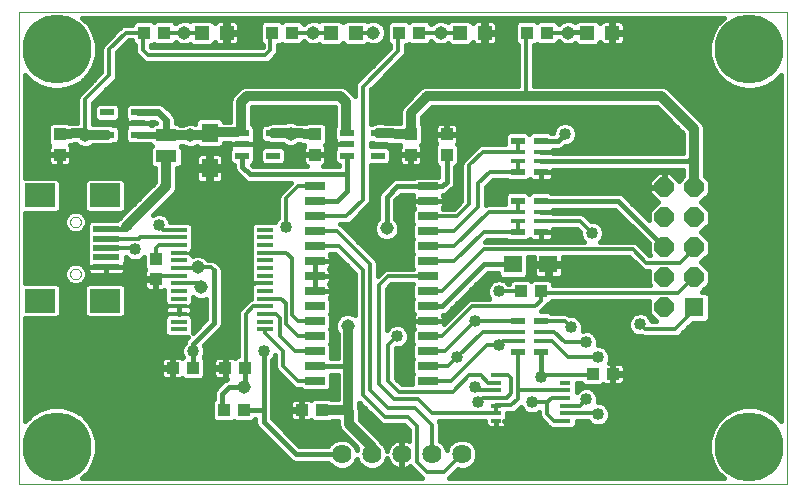
<source format=gtl>
G75*
G70*
%OFA0B0*%
%FSLAX24Y24*%
%IPPOS*%
%LPD*%
%AMOC8*
5,1,8,0,0,1.08239X$1,22.5*
%
%ADD10C,0.0000*%
%ADD11R,0.0394X0.0433*%
%ADD12R,0.0472X0.0472*%
%ADD13R,0.0433X0.0394*%
%ADD14R,0.0630X0.0551*%
%ADD15R,0.0550X0.0137*%
%ADD16R,0.0472X0.0217*%
%ADD17R,0.0701X0.0402*%
%ADD18R,0.0551X0.0630*%
%ADD19R,0.0354X0.0138*%
%ADD20C,0.0640*%
%ADD21R,0.0669X0.0256*%
%ADD22C,0.2300*%
%ADD23R,0.0984X0.0787*%
%ADD24R,0.0906X0.0197*%
%ADD25R,0.0453X0.0173*%
%ADD26R,0.0453X0.0248*%
%ADD27R,0.0640X0.0640*%
%ADD28OC8,0.0640*%
%ADD29C,0.0160*%
%ADD30C,0.0120*%
%ADD31C,0.0100*%
%ADD32C,0.0450*%
%ADD33C,0.0400*%
%ADD34C,0.0320*%
%ADD35C,0.0200*%
%ADD36C,0.0240*%
D10*
X001532Y005594D02*
X027123Y005594D01*
X027123Y021342D01*
X001532Y021342D01*
X001532Y005594D01*
X003230Y012602D02*
X003232Y012628D01*
X003238Y012654D01*
X003248Y012679D01*
X003261Y012702D01*
X003277Y012722D01*
X003297Y012740D01*
X003319Y012755D01*
X003342Y012767D01*
X003368Y012775D01*
X003394Y012779D01*
X003420Y012779D01*
X003446Y012775D01*
X003472Y012767D01*
X003496Y012755D01*
X003517Y012740D01*
X003537Y012722D01*
X003553Y012702D01*
X003566Y012679D01*
X003576Y012654D01*
X003582Y012628D01*
X003584Y012602D01*
X003582Y012576D01*
X003576Y012550D01*
X003566Y012525D01*
X003553Y012502D01*
X003537Y012482D01*
X003517Y012464D01*
X003495Y012449D01*
X003472Y012437D01*
X003446Y012429D01*
X003420Y012425D01*
X003394Y012425D01*
X003368Y012429D01*
X003342Y012437D01*
X003318Y012449D01*
X003297Y012464D01*
X003277Y012482D01*
X003261Y012502D01*
X003248Y012525D01*
X003238Y012550D01*
X003232Y012576D01*
X003230Y012602D01*
X003230Y014334D02*
X003232Y014360D01*
X003238Y014386D01*
X003248Y014411D01*
X003261Y014434D01*
X003277Y014454D01*
X003297Y014472D01*
X003319Y014487D01*
X003342Y014499D01*
X003368Y014507D01*
X003394Y014511D01*
X003420Y014511D01*
X003446Y014507D01*
X003472Y014499D01*
X003496Y014487D01*
X003517Y014472D01*
X003537Y014454D01*
X003553Y014434D01*
X003566Y014411D01*
X003576Y014386D01*
X003582Y014360D01*
X003584Y014334D01*
X003582Y014308D01*
X003576Y014282D01*
X003566Y014257D01*
X003553Y014234D01*
X003537Y014214D01*
X003517Y014196D01*
X003495Y014181D01*
X003472Y014169D01*
X003446Y014161D01*
X003420Y014157D01*
X003394Y014157D01*
X003368Y014161D01*
X003342Y014169D01*
X003318Y014181D01*
X003297Y014196D01*
X003277Y014214D01*
X003261Y014234D01*
X003248Y014257D01*
X003238Y014282D01*
X003232Y014308D01*
X003230Y014334D01*
D11*
X006082Y013102D03*
X006082Y012433D03*
X008347Y008068D03*
X009017Y008068D03*
X018247Y012018D03*
X018917Y012018D03*
X015782Y016583D03*
X015782Y017252D03*
X014582Y017252D03*
X014582Y016583D03*
X011382Y016583D03*
X011382Y017252D03*
X010617Y020644D03*
X009947Y020644D03*
X006367Y020644D03*
X005697Y020644D03*
X002882Y017252D03*
X002882Y016583D03*
X014197Y020644D03*
X014867Y020644D03*
X018447Y020644D03*
X019117Y020644D03*
D12*
X020469Y020644D03*
X021295Y020644D03*
X017045Y020644D03*
X016219Y020644D03*
X012745Y020644D03*
X011919Y020644D03*
X008445Y020644D03*
X007619Y020644D03*
D13*
X007317Y009468D03*
X006647Y009468D03*
X008397Y009468D03*
X009067Y009468D03*
X010947Y008068D03*
X011617Y008068D03*
X020647Y009268D03*
X021317Y009268D03*
D14*
X019173Y012918D03*
X017991Y012918D03*
D15*
X009721Y012802D03*
X009721Y013057D03*
X009721Y013313D03*
X009721Y013569D03*
X009721Y013825D03*
X009721Y014081D03*
X009721Y012546D03*
X009721Y012290D03*
X009721Y012034D03*
X009721Y011778D03*
X009721Y011522D03*
X009721Y011266D03*
X009721Y011010D03*
X009721Y010754D03*
X006843Y010754D03*
X006843Y011010D03*
X006843Y011266D03*
X006843Y011522D03*
X006843Y011778D03*
X006843Y012034D03*
X006843Y012290D03*
X006843Y012546D03*
X006843Y012802D03*
X006843Y013057D03*
X006843Y013313D03*
X006843Y013569D03*
X006843Y013825D03*
X006843Y014081D03*
D16*
X008970Y016544D03*
X008970Y016918D03*
X008970Y017292D03*
X009994Y017292D03*
X009994Y016544D03*
X012470Y016544D03*
X012470Y016918D03*
X012470Y017292D03*
X013494Y017292D03*
X013494Y016544D03*
X005494Y017244D03*
X005494Y017618D03*
X005494Y017992D03*
X004470Y017992D03*
X004470Y017244D03*
D17*
X006432Y017218D03*
X006432Y016517D03*
D18*
X007882Y016127D03*
X007882Y017308D03*
D19*
X017430Y009235D03*
X017430Y008980D03*
X017430Y008724D03*
X017430Y008468D03*
X017430Y008212D03*
X017430Y007956D03*
X017430Y007700D03*
X019734Y007700D03*
X019734Y007956D03*
X019734Y008212D03*
X019734Y008468D03*
X019734Y008724D03*
X019734Y008980D03*
X019734Y009235D03*
D20*
X016282Y006594D03*
X015282Y006594D03*
X014282Y006594D03*
X013282Y006594D03*
X012282Y006594D03*
D21*
X011400Y009018D03*
X011400Y009518D03*
X011400Y010018D03*
X011400Y010518D03*
X011400Y011018D03*
X011400Y011518D03*
X011400Y012018D03*
X011400Y012518D03*
X011400Y013018D03*
X011400Y013518D03*
X011400Y014018D03*
X011400Y014518D03*
X011400Y015018D03*
X011400Y015518D03*
X015164Y015518D03*
X015164Y015018D03*
X015164Y014518D03*
X015164Y014018D03*
X015164Y013518D03*
X015164Y013018D03*
X015164Y012518D03*
X015164Y012018D03*
X015164Y011518D03*
X015164Y011018D03*
X015164Y010518D03*
X015164Y010018D03*
X015164Y009518D03*
X015164Y009018D03*
D22*
X025873Y006844D03*
X025873Y020092D03*
X002782Y020092D03*
X002782Y006844D03*
D23*
X002226Y011716D03*
X004391Y011716D03*
X004391Y015220D03*
X002226Y015220D03*
D24*
X004431Y014098D03*
X004431Y013783D03*
X004431Y013468D03*
X004431Y013153D03*
X004431Y012838D03*
D25*
X018148Y014360D03*
X018148Y014675D03*
X018916Y014675D03*
X018916Y014360D03*
X018916Y016360D03*
X018916Y016675D03*
X018148Y016675D03*
X018148Y016360D03*
X018148Y010675D03*
X018148Y010360D03*
X018916Y010360D03*
X018916Y010675D03*
D26*
X018916Y011028D03*
X018148Y011028D03*
X018148Y010008D03*
X018916Y010008D03*
X018916Y014008D03*
X018148Y014008D03*
X018148Y015028D03*
X018916Y015028D03*
X018916Y016008D03*
X018148Y016008D03*
X018148Y017028D03*
X018916Y017028D03*
D27*
X024032Y011494D03*
D28*
X023032Y011494D03*
X023032Y012494D03*
X024032Y012494D03*
X024032Y013494D03*
X023032Y013494D03*
X023032Y014494D03*
X024032Y014494D03*
X024032Y015494D03*
X023032Y015494D03*
D29*
X023052Y015514D02*
X023012Y015514D01*
X023012Y015994D01*
X022825Y015994D01*
X022532Y015701D01*
X022532Y015514D01*
X023012Y015514D01*
X023012Y015474D01*
X022532Y015474D01*
X022532Y015287D01*
X022811Y015008D01*
X022512Y014709D01*
X022512Y014410D01*
X021657Y015265D01*
X022554Y015265D01*
X022532Y015423D02*
X017092Y015423D01*
X017092Y015510D02*
X017330Y015748D01*
X017775Y015748D01*
X017839Y015684D01*
X018457Y015684D01*
X018546Y015773D01*
X018579Y015740D01*
X018620Y015716D01*
X018666Y015704D01*
X018916Y015704D01*
X019166Y015704D01*
X019212Y015716D01*
X019253Y015740D01*
X019286Y015773D01*
X019310Y015814D01*
X019322Y015860D01*
X019322Y016008D01*
X019322Y016080D01*
X023672Y016080D01*
X023672Y015869D01*
X023518Y015715D01*
X023239Y015994D01*
X023052Y015994D01*
X023052Y015514D01*
X023052Y015582D02*
X023012Y015582D01*
X023012Y015740D02*
X023052Y015740D01*
X023052Y015899D02*
X023012Y015899D01*
X022730Y015899D02*
X019322Y015899D01*
X019322Y016008D02*
X018916Y016008D01*
X019322Y016008D01*
X019322Y016058D02*
X023672Y016058D01*
X023672Y015899D02*
X023334Y015899D01*
X023492Y015740D02*
X023543Y015740D01*
X023974Y016360D02*
X024032Y016418D01*
X023974Y016360D02*
X018916Y016360D01*
X018916Y016008D02*
X018916Y016008D01*
X018916Y016007D02*
X018916Y015704D01*
X018916Y016007D01*
X018916Y016007D01*
X018916Y015899D02*
X018916Y015899D01*
X018916Y015740D02*
X018916Y015740D01*
X019253Y015740D02*
X022572Y015740D01*
X022532Y015582D02*
X017164Y015582D01*
X017092Y015510D02*
X017092Y014916D01*
X017138Y014935D01*
X017241Y014935D01*
X017722Y014935D01*
X017722Y015234D01*
X017839Y015352D01*
X018457Y015352D01*
X018532Y015277D01*
X018607Y015352D01*
X019225Y015352D01*
X019269Y015308D01*
X021442Y015308D01*
X021554Y015308D01*
X021657Y015265D01*
X021815Y015106D02*
X022712Y015106D01*
X022751Y014948D02*
X021974Y014948D01*
X022132Y014789D02*
X022592Y014789D01*
X022512Y014631D02*
X022291Y014631D01*
X022449Y014472D02*
X022512Y014472D01*
X022133Y013996D02*
X021032Y013996D01*
X021032Y014047D02*
X020971Y014194D01*
X020859Y014307D01*
X020712Y014368D01*
X020600Y014368D01*
X020387Y014581D01*
X020291Y014620D01*
X020188Y014620D01*
X019322Y014620D01*
X019322Y014675D01*
X018916Y014675D01*
X018916Y014675D01*
X019322Y014675D01*
X019322Y014748D01*
X021382Y014748D01*
X022512Y013618D01*
X022512Y013278D01*
X022563Y013228D01*
X022540Y013228D01*
X022129Y013638D01*
X022034Y013678D01*
X021930Y013678D01*
X020908Y013678D01*
X020971Y013741D01*
X021032Y013888D01*
X021032Y014047D01*
X020987Y014155D02*
X021975Y014155D01*
X021816Y014314D02*
X020842Y014314D01*
X020495Y014472D02*
X021658Y014472D01*
X021499Y014631D02*
X019322Y014631D01*
X019322Y014100D02*
X020132Y014100D01*
X020232Y014000D01*
X020232Y013888D01*
X020293Y013741D01*
X020356Y013678D01*
X017060Y013678D01*
X017130Y013748D01*
X017775Y013748D01*
X017839Y013684D01*
X018457Y013684D01*
X018546Y013773D01*
X018579Y013740D01*
X018620Y013716D01*
X018666Y013704D01*
X018916Y013704D01*
X019166Y013704D01*
X019212Y013716D01*
X019253Y013740D01*
X019286Y013773D01*
X019310Y013814D01*
X019322Y013860D01*
X019322Y014008D01*
X019322Y014100D01*
X019322Y014008D02*
X018916Y014008D01*
X018916Y014008D01*
X019322Y014008D01*
X019322Y013996D02*
X020232Y013996D01*
X020253Y013838D02*
X019316Y013838D01*
X018916Y013838D02*
X018916Y013838D01*
X018916Y013704D02*
X018916Y014007D01*
X018916Y014007D01*
X018916Y013704D01*
X018916Y013996D02*
X018916Y013996D01*
X018678Y013158D02*
X018678Y012976D01*
X019114Y012976D01*
X019114Y012860D01*
X018678Y012860D01*
X018678Y012618D01*
X018690Y012573D01*
X018714Y012532D01*
X018747Y012498D01*
X018788Y012474D01*
X018834Y012462D01*
X019115Y012462D01*
X019115Y012860D01*
X019230Y012860D01*
X019230Y012462D01*
X019511Y012462D01*
X019557Y012474D01*
X019598Y012498D01*
X019631Y012532D01*
X019655Y012573D01*
X019667Y012618D01*
X019667Y012860D01*
X019231Y012860D01*
X019231Y012976D01*
X019667Y012976D01*
X019667Y013158D01*
X021874Y013158D01*
X022212Y012820D01*
X022285Y012747D01*
X022380Y012708D01*
X022512Y012708D01*
X022512Y012278D01*
X022563Y012228D01*
X019313Y012228D01*
X019313Y012317D01*
X019196Y012434D01*
X018637Y012434D01*
X018582Y012379D01*
X018527Y012434D01*
X017968Y012434D01*
X017850Y012317D01*
X017850Y012278D01*
X017838Y012278D01*
X017759Y012357D01*
X017612Y012418D01*
X017452Y012418D01*
X017305Y012357D01*
X017193Y012244D01*
X017132Y012097D01*
X017132Y011938D01*
X017193Y011791D01*
X017206Y011778D01*
X016580Y011778D01*
X016485Y011738D01*
X016412Y011665D01*
X015678Y010932D01*
X015678Y011017D01*
X015164Y011017D01*
X015164Y011018D01*
X015678Y011018D01*
X015678Y011169D01*
X015666Y011215D01*
X015653Y011238D01*
X015688Y011238D01*
X015791Y011280D01*
X017148Y012638D01*
X017476Y012638D01*
X017476Y012559D01*
X017594Y012442D01*
X018389Y012442D01*
X018506Y012559D01*
X018506Y013158D01*
X018678Y013158D01*
X018678Y013045D02*
X018506Y013045D01*
X018506Y012887D02*
X019114Y012887D01*
X019231Y012887D02*
X022145Y012887D01*
X021987Y013045D02*
X019667Y013045D01*
X019667Y012728D02*
X022331Y012728D01*
X022512Y012570D02*
X019653Y012570D01*
X019230Y012570D02*
X019115Y012570D01*
X019115Y012728D02*
X019230Y012728D01*
X019219Y012411D02*
X022512Y012411D01*
X022538Y012253D02*
X019313Y012253D01*
X018692Y012570D02*
X018506Y012570D01*
X018506Y012728D02*
X018678Y012728D01*
X017991Y012918D02*
X017032Y012918D01*
X015632Y011518D01*
X015164Y011518D01*
X014668Y011768D02*
X014629Y011729D01*
X014629Y011307D01*
X014683Y011253D01*
X014661Y011215D01*
X014649Y011169D01*
X014649Y011018D01*
X015163Y011018D01*
X015163Y011017D01*
X014649Y011017D01*
X014649Y010866D01*
X014661Y010820D01*
X014683Y010783D01*
X014629Y010729D01*
X014629Y010307D01*
X014668Y010268D01*
X014629Y010229D01*
X014629Y009807D01*
X014668Y009768D01*
X014629Y009729D01*
X014629Y009307D01*
X014668Y009268D01*
X014629Y009229D01*
X014629Y008928D01*
X014290Y008928D01*
X014092Y009125D01*
X014092Y010110D01*
X014100Y010118D01*
X014212Y010118D01*
X014359Y010179D01*
X014471Y010291D01*
X014532Y010438D01*
X014532Y010597D01*
X014471Y010744D01*
X014359Y010857D01*
X014212Y010918D01*
X014052Y010918D01*
X013905Y010857D01*
X013793Y010744D01*
X013792Y010742D01*
X013792Y012110D01*
X013940Y012258D01*
X014658Y012258D01*
X014629Y012229D01*
X014629Y011807D01*
X014668Y011768D01*
X014659Y011777D02*
X013792Y011777D01*
X013792Y011935D02*
X014629Y011935D01*
X014629Y012094D02*
X013792Y012094D01*
X013934Y012253D02*
X014653Y012253D01*
X014658Y012778D02*
X013884Y012778D01*
X013780Y012778D01*
X013685Y012738D01*
X013492Y012545D01*
X013492Y012969D01*
X013452Y013065D01*
X013379Y013138D01*
X012352Y014165D01*
X012279Y014238D01*
X012232Y014258D01*
X012380Y014258D01*
X012484Y014258D01*
X012579Y014297D01*
X013202Y014920D01*
X013242Y015016D01*
X013242Y015119D01*
X013242Y016235D01*
X013813Y016235D01*
X013930Y016353D01*
X013930Y016735D01*
X013813Y016852D01*
X013242Y016852D01*
X013242Y016983D01*
X013302Y016983D01*
X013409Y016935D01*
X014233Y016905D01*
X014236Y016902D01*
X014217Y016869D01*
X014205Y016823D01*
X014205Y016601D01*
X014563Y016601D01*
X014563Y016565D01*
X014205Y016565D01*
X014205Y016343D01*
X014217Y016297D01*
X014241Y016256D01*
X014275Y016222D01*
X014316Y016199D01*
X014361Y016187D01*
X014563Y016187D01*
X014563Y016564D01*
X014600Y016564D01*
X014600Y016187D01*
X014803Y016187D01*
X014848Y016199D01*
X014889Y016222D01*
X014923Y016256D01*
X014946Y016297D01*
X014959Y016343D01*
X014959Y016565D01*
X014601Y016565D01*
X014601Y016601D01*
X014959Y016601D01*
X014959Y016823D01*
X014946Y016869D01*
X014928Y016902D01*
X014979Y016953D01*
X014979Y017552D01*
X014942Y017589D01*
X014942Y017819D01*
X015281Y018158D01*
X018860Y018158D01*
X022783Y018158D01*
X023672Y017269D01*
X023672Y016640D01*
X019322Y016640D01*
X019322Y016675D01*
X018916Y016675D01*
X018916Y016675D01*
X019322Y016675D01*
X019322Y016748D01*
X019547Y016748D01*
X019650Y016790D01*
X019728Y016868D01*
X019812Y016868D01*
X019959Y016929D01*
X020071Y017041D01*
X020132Y017188D01*
X020132Y017347D01*
X020071Y017494D01*
X019959Y017607D01*
X019812Y017668D01*
X019652Y017668D01*
X019505Y017607D01*
X019393Y017494D01*
X019332Y017347D01*
X019332Y017308D01*
X019269Y017308D01*
X019225Y017352D01*
X018607Y017352D01*
X018532Y017277D01*
X018457Y017352D01*
X017839Y017352D01*
X017722Y017234D01*
X017722Y016935D01*
X017041Y016935D01*
X016938Y016935D01*
X016842Y016896D01*
X016385Y016438D01*
X016312Y016365D01*
X016272Y016269D01*
X016272Y015025D01*
X016024Y014778D01*
X015649Y014778D01*
X015644Y014783D01*
X015666Y014820D01*
X015678Y014866D01*
X015678Y015017D01*
X015164Y015017D01*
X015164Y015018D01*
X015678Y015018D01*
X015678Y015169D01*
X015666Y015215D01*
X015653Y015238D01*
X015688Y015238D01*
X015791Y015280D01*
X015869Y015359D01*
X016019Y015509D01*
X016062Y015612D01*
X016062Y015723D01*
X016062Y016167D01*
X016179Y016284D01*
X016179Y016882D01*
X016128Y016934D01*
X016146Y016966D01*
X016159Y017012D01*
X016159Y017234D01*
X015801Y017234D01*
X015801Y017271D01*
X016159Y017271D01*
X016159Y017493D01*
X016146Y017538D01*
X016123Y017579D01*
X016089Y017613D01*
X016048Y017637D01*
X016003Y017649D01*
X015800Y017649D01*
X015800Y017271D01*
X015763Y017271D01*
X015763Y017234D01*
X015405Y017234D01*
X015405Y017012D01*
X015417Y016966D01*
X015436Y016934D01*
X015385Y016882D01*
X015385Y016284D01*
X015502Y016167D01*
X015502Y015846D01*
X014746Y015846D01*
X014698Y015798D01*
X014076Y015798D01*
X013973Y015755D01*
X013895Y015676D01*
X013545Y015326D01*
X013502Y015223D01*
X013502Y015112D01*
X013502Y014439D01*
X013422Y014358D01*
X013357Y014202D01*
X013357Y014033D01*
X013422Y013877D01*
X013541Y013757D01*
X013697Y013693D01*
X013866Y013693D01*
X014023Y013757D01*
X014142Y013877D01*
X014207Y014033D01*
X014207Y014202D01*
X014142Y014358D01*
X014062Y014439D01*
X014062Y015052D01*
X014248Y015238D01*
X014675Y015238D01*
X014661Y015215D01*
X014649Y015169D01*
X014649Y015018D01*
X015163Y015018D01*
X015163Y015017D01*
X014649Y015017D01*
X014649Y014866D01*
X014661Y014820D01*
X014683Y014783D01*
X014629Y014729D01*
X014629Y014307D01*
X014668Y014268D01*
X014629Y014229D01*
X014629Y013807D01*
X014668Y013768D01*
X014629Y013729D01*
X014629Y013307D01*
X014668Y013268D01*
X014629Y013229D01*
X014629Y012807D01*
X014658Y012778D01*
X014629Y012887D02*
X013492Y012887D01*
X013492Y012728D02*
X013675Y012728D01*
X013516Y012570D02*
X013492Y012570D01*
X013461Y013045D02*
X014629Y013045D01*
X014629Y013204D02*
X013314Y013204D01*
X013379Y013138D02*
X013379Y013138D01*
X013155Y013362D02*
X014629Y013362D01*
X014629Y013521D02*
X012996Y013521D01*
X012838Y013679D02*
X014629Y013679D01*
X014629Y013838D02*
X014103Y013838D01*
X014192Y013996D02*
X014629Y013996D01*
X014629Y014155D02*
X014207Y014155D01*
X014161Y014314D02*
X014629Y014314D01*
X014629Y014472D02*
X014062Y014472D01*
X014062Y014631D02*
X014629Y014631D01*
X014679Y014789D02*
X014062Y014789D01*
X014062Y014948D02*
X014649Y014948D01*
X014649Y015106D02*
X014116Y015106D01*
X013782Y015168D02*
X014132Y015518D01*
X015164Y015518D01*
X015632Y015518D01*
X015782Y015668D01*
X015782Y016583D01*
X016179Y016533D02*
X016480Y016533D01*
X016638Y016692D02*
X016179Y016692D01*
X016179Y016850D02*
X016797Y016850D01*
X016158Y017009D02*
X017722Y017009D01*
X017722Y017167D02*
X016159Y017167D01*
X016159Y017326D02*
X017813Y017326D01*
X018483Y017326D02*
X018581Y017326D01*
X018916Y017028D02*
X019492Y017028D01*
X019732Y017268D01*
X020039Y017009D02*
X023672Y017009D01*
X023672Y017167D02*
X020123Y017167D01*
X020132Y017326D02*
X023615Y017326D01*
X023456Y017484D02*
X020075Y017484D01*
X019871Y017643D02*
X023298Y017643D01*
X023139Y017802D02*
X014942Y017802D01*
X014942Y017643D02*
X015540Y017643D01*
X015561Y017649D02*
X015516Y017637D01*
X015475Y017613D01*
X015441Y017579D01*
X015417Y017538D01*
X015405Y017493D01*
X015405Y017271D01*
X015763Y017271D01*
X015763Y017649D01*
X015561Y017649D01*
X015763Y017643D02*
X015800Y017643D01*
X015800Y017484D02*
X015763Y017484D01*
X015763Y017326D02*
X015800Y017326D01*
X016159Y017484D02*
X019389Y017484D01*
X019332Y017326D02*
X019251Y017326D01*
X019593Y017643D02*
X016024Y017643D01*
X015405Y017484D02*
X014979Y017484D01*
X014979Y017326D02*
X015405Y017326D01*
X015405Y017167D02*
X014979Y017167D01*
X014979Y017009D02*
X015406Y017009D01*
X015385Y016850D02*
X014952Y016850D01*
X014959Y016692D02*
X015385Y016692D01*
X015385Y016533D02*
X014959Y016533D01*
X014959Y016375D02*
X015385Y016375D01*
X015453Y016216D02*
X014878Y016216D01*
X014600Y016216D02*
X014563Y016216D01*
X014563Y016375D02*
X014600Y016375D01*
X014600Y016533D02*
X014563Y016533D01*
X014205Y016533D02*
X013930Y016533D01*
X013930Y016375D02*
X014205Y016375D01*
X014286Y016216D02*
X013242Y016216D01*
X013242Y016058D02*
X015502Y016058D01*
X015502Y015899D02*
X013242Y015899D01*
X013242Y015740D02*
X013959Y015740D01*
X013800Y015582D02*
X013242Y015582D01*
X013242Y015423D02*
X013642Y015423D01*
X013519Y015265D02*
X013242Y015265D01*
X013242Y015106D02*
X013502Y015106D01*
X013502Y014948D02*
X013214Y014948D01*
X013071Y014789D02*
X013502Y014789D01*
X013502Y014631D02*
X012913Y014631D01*
X012754Y014472D02*
X013502Y014472D01*
X013403Y014314D02*
X012596Y014314D01*
X012362Y014155D02*
X013357Y014155D01*
X013372Y013996D02*
X012521Y013996D01*
X012679Y013838D02*
X013461Y013838D01*
X013782Y014118D02*
X013782Y015168D01*
X012470Y015356D02*
X012470Y015918D01*
X009232Y015918D01*
X008970Y016180D01*
X008970Y016544D01*
X008690Y016235D02*
X008690Y016235D01*
X008690Y016124D01*
X008733Y016021D01*
X008995Y015759D01*
X009073Y015680D01*
X009176Y015638D01*
X010584Y015638D01*
X010212Y015265D01*
X010172Y015169D01*
X010172Y015066D01*
X010172Y014473D01*
X010093Y014394D01*
X010074Y014350D01*
X009363Y014350D01*
X009246Y014232D01*
X009246Y013930D01*
X009246Y013674D01*
X009246Y013418D01*
X009246Y013162D01*
X009246Y012906D01*
X009246Y012650D01*
X009246Y012394D01*
X009266Y012374D01*
X009266Y012290D01*
X009351Y012290D01*
X009351Y012290D01*
X009351Y012290D01*
X009266Y012290D01*
X009266Y012205D01*
X009246Y012185D01*
X009246Y011882D01*
X009246Y011766D01*
X009189Y011742D01*
X008862Y011415D01*
X008822Y011319D01*
X008822Y011216D01*
X008822Y009865D01*
X008767Y009865D01*
X008716Y009813D01*
X008683Y009832D01*
X008638Y009845D01*
X008416Y009845D01*
X008416Y009486D01*
X008379Y009486D01*
X008379Y009449D01*
X008416Y009449D01*
X008416Y009091D01*
X008460Y009091D01*
X008373Y009055D01*
X008071Y008752D01*
X008028Y008649D01*
X008028Y008538D01*
X008028Y008445D01*
X007950Y008367D01*
X007950Y007768D01*
X008068Y007651D01*
X008627Y007651D01*
X008682Y007706D01*
X008737Y007651D01*
X009296Y007651D01*
X009402Y007757D01*
X009402Y007723D01*
X009402Y007612D01*
X009445Y007509D01*
X010597Y006356D01*
X010700Y006314D01*
X010812Y006314D01*
X011835Y006314D01*
X011841Y006299D01*
X011987Y006153D01*
X012179Y006074D01*
X012385Y006074D01*
X012576Y006153D01*
X012723Y006299D01*
X012782Y006442D01*
X012841Y006299D01*
X012987Y006153D01*
X013179Y006074D01*
X013385Y006074D01*
X013576Y006153D01*
X013723Y006299D01*
X013795Y006474D01*
X013819Y006402D01*
X013854Y006332D01*
X013901Y006268D01*
X013956Y006212D01*
X014020Y006166D01*
X014090Y006130D01*
X014165Y006106D01*
X014243Y006094D01*
X014262Y006094D01*
X014262Y006573D01*
X014302Y006573D01*
X014302Y006094D01*
X014321Y006094D01*
X014399Y006106D01*
X014474Y006130D01*
X014544Y006166D01*
X014572Y006186D01*
X014635Y006123D01*
X014912Y005846D01*
X014964Y005794D01*
X003641Y005794D01*
X003862Y006015D01*
X004040Y006323D01*
X004132Y006666D01*
X004132Y007021D01*
X009933Y007021D01*
X009775Y007179D02*
X004090Y007179D01*
X004132Y007021D02*
X004040Y007365D01*
X003862Y007673D01*
X003611Y007924D01*
X003303Y008102D01*
X002960Y008194D01*
X002604Y008194D01*
X002261Y008102D01*
X001953Y007924D01*
X001732Y007703D01*
X001732Y011122D01*
X002801Y011122D01*
X002918Y011239D01*
X002918Y012192D01*
X002801Y012309D01*
X001732Y012309D01*
X001732Y014626D01*
X002801Y014626D01*
X002918Y014743D01*
X002918Y015696D01*
X002801Y015813D01*
X001732Y015813D01*
X001732Y019233D01*
X001953Y019011D01*
X002261Y018834D01*
X002604Y018742D01*
X002960Y018742D01*
X003303Y018834D01*
X003611Y019011D01*
X003862Y019263D01*
X004040Y019571D01*
X004132Y019914D01*
X004132Y020269D01*
X004040Y020613D01*
X003862Y020921D01*
X003641Y021142D01*
X025013Y021142D01*
X024792Y020921D01*
X024615Y020613D01*
X024523Y020269D01*
X024523Y019914D01*
X024615Y019571D01*
X024792Y019263D01*
X025044Y019011D01*
X025351Y018834D01*
X025695Y018742D01*
X026050Y018742D01*
X026394Y018834D01*
X026701Y019011D01*
X026923Y019233D01*
X026923Y007703D01*
X026701Y007924D01*
X026394Y008102D01*
X026050Y008194D01*
X025695Y008194D01*
X025351Y008102D01*
X025044Y007924D01*
X024792Y007673D01*
X024615Y007365D01*
X024523Y007021D01*
X016590Y007021D01*
X016576Y007034D02*
X016385Y007114D01*
X016179Y007114D01*
X015987Y007034D01*
X015841Y006888D01*
X015782Y006745D01*
X015723Y006888D01*
X015576Y007034D01*
X015542Y007049D01*
X015542Y007619D01*
X015510Y007696D01*
X017073Y007696D01*
X017073Y007607D01*
X017086Y007562D01*
X017109Y007521D01*
X017143Y007487D01*
X017184Y007463D01*
X017229Y007451D01*
X017430Y007451D01*
X017430Y007687D01*
X017431Y007687D01*
X017431Y007451D01*
X017631Y007451D01*
X017677Y007463D01*
X017718Y007487D01*
X017752Y007521D01*
X017775Y007562D01*
X017788Y007607D01*
X017788Y007700D01*
X017788Y007784D01*
X017808Y007804D01*
X017808Y007958D01*
X017984Y007958D01*
X018079Y007997D01*
X018152Y008070D01*
X018258Y008176D01*
X018293Y008091D01*
X018405Y007979D01*
X018552Y007918D01*
X018712Y007918D01*
X018859Y007979D01*
X018872Y007992D01*
X018872Y007866D01*
X018912Y007770D01*
X018985Y007697D01*
X019202Y007480D01*
X019298Y007440D01*
X019401Y007440D01*
X019465Y007440D01*
X019474Y007431D01*
X019994Y007431D01*
X020111Y007548D01*
X020111Y007696D01*
X020491Y007696D01*
X020493Y007691D01*
X020605Y007579D01*
X020752Y007518D01*
X020912Y007518D01*
X021059Y007579D01*
X021171Y007691D01*
X021232Y007838D01*
X021232Y007997D01*
X021171Y008144D01*
X021059Y008257D01*
X020912Y008318D01*
X020823Y008318D01*
X020832Y008338D01*
X020832Y008497D01*
X020771Y008644D01*
X020659Y008757D01*
X020512Y008818D01*
X020352Y008818D01*
X020205Y008757D01*
X020111Y008662D01*
X020111Y008828D01*
X020111Y008975D01*
X020243Y008975D01*
X020348Y008871D01*
X020947Y008871D01*
X020998Y008922D01*
X021031Y008903D01*
X021076Y008891D01*
X021298Y008891D01*
X021298Y009249D01*
X021335Y009249D01*
X021335Y008891D01*
X021557Y008891D01*
X021603Y008903D01*
X021644Y008927D01*
X021677Y008960D01*
X021701Y009001D01*
X021713Y009047D01*
X021713Y009249D01*
X021335Y009249D01*
X021335Y009286D01*
X021713Y009286D01*
X021713Y009488D01*
X021701Y009534D01*
X021677Y009575D01*
X021644Y009609D01*
X021603Y009632D01*
X021557Y009645D01*
X021335Y009645D01*
X021335Y009286D01*
X021298Y009286D01*
X021298Y009645D01*
X021193Y009645D01*
X021232Y009738D01*
X021232Y009897D01*
X021171Y010044D01*
X021059Y010157D01*
X020912Y010218D01*
X020823Y010218D01*
X020832Y010238D01*
X020832Y010397D01*
X020771Y010544D01*
X020659Y010657D01*
X020512Y010718D01*
X020352Y010718D01*
X020317Y010703D01*
X020332Y010738D01*
X020332Y010897D01*
X020271Y011044D01*
X020159Y011157D01*
X020012Y011218D01*
X019900Y011218D01*
X019869Y011248D01*
X019774Y011288D01*
X019670Y011288D01*
X019289Y011288D01*
X019225Y011352D01*
X018933Y011352D01*
X019137Y011555D01*
X019156Y011601D01*
X019196Y011601D01*
X019303Y011708D01*
X022512Y011708D01*
X022512Y011278D01*
X022763Y011028D01*
X022619Y011028D01*
X022571Y011144D01*
X022459Y011257D01*
X022312Y011318D01*
X022152Y011318D01*
X022005Y011257D01*
X021893Y011144D01*
X021832Y010997D01*
X021832Y010838D01*
X021893Y010691D01*
X022005Y010579D01*
X022152Y010518D01*
X022306Y010518D01*
X022330Y010508D01*
X023354Y010508D01*
X023458Y010508D01*
X023553Y010547D01*
X023980Y010974D01*
X024435Y010974D01*
X024552Y011091D01*
X024552Y011897D01*
X024435Y012014D01*
X024287Y012014D01*
X024552Y012278D01*
X024552Y012709D01*
X024267Y012994D01*
X024552Y013278D01*
X024552Y013709D01*
X024267Y013994D01*
X024552Y014278D01*
X024552Y014709D01*
X024267Y014994D01*
X024552Y015278D01*
X024552Y015709D01*
X024392Y015869D01*
X024392Y016465D01*
X024392Y017489D01*
X024337Y017622D01*
X024236Y017723D01*
X023136Y018823D01*
X023004Y018878D01*
X022860Y018878D01*
X018860Y018878D01*
X018692Y018878D01*
X018692Y020227D01*
X018727Y020227D01*
X018782Y020282D01*
X018837Y020227D01*
X019396Y020227D01*
X019513Y020344D01*
X019513Y020361D01*
X019591Y020283D01*
X019747Y020219D01*
X019916Y020219D01*
X020073Y020283D01*
X020073Y020284D01*
X020149Y020207D01*
X020788Y020207D01*
X020901Y020321D01*
X020915Y020297D01*
X020949Y020263D01*
X020990Y020240D01*
X021035Y020227D01*
X021257Y020227D01*
X021257Y020605D01*
X021333Y020605D01*
X021333Y020227D01*
X021555Y020227D01*
X021601Y020240D01*
X021642Y020263D01*
X021676Y020297D01*
X021699Y020338D01*
X021712Y020384D01*
X021712Y020606D01*
X021334Y020606D01*
X021334Y020682D01*
X021712Y020682D01*
X021712Y020904D01*
X021699Y020949D01*
X021676Y020990D01*
X021642Y021024D01*
X021601Y021048D01*
X021555Y021060D01*
X021333Y021060D01*
X021333Y020682D01*
X021257Y020682D01*
X021257Y021060D01*
X021035Y021060D01*
X020990Y021048D01*
X020949Y021024D01*
X020915Y020990D01*
X020901Y020966D01*
X020788Y021080D01*
X020149Y021080D01*
X020073Y021004D01*
X019916Y021069D01*
X019747Y021069D01*
X019591Y021004D01*
X019513Y020926D01*
X019513Y020943D01*
X019396Y021060D01*
X018837Y021060D01*
X018782Y021005D01*
X018727Y021060D01*
X018168Y021060D01*
X018050Y020943D01*
X018050Y020344D01*
X018168Y020227D01*
X018172Y020227D01*
X018172Y018878D01*
X015204Y018878D01*
X015060Y018878D01*
X014928Y018823D01*
X014277Y018172D01*
X014222Y018039D01*
X014222Y017896D01*
X014222Y017626D01*
X013435Y017654D01*
X013301Y017604D01*
X013297Y017600D01*
X013242Y017600D01*
X013242Y018736D01*
X014305Y019799D01*
X014378Y019872D01*
X014418Y019968D01*
X014418Y020227D01*
X014477Y020227D01*
X014532Y020282D01*
X014587Y020227D01*
X015146Y020227D01*
X015263Y020344D01*
X015263Y020361D01*
X015341Y020283D01*
X015497Y020219D01*
X015666Y020219D01*
X015823Y020283D01*
X015823Y020284D01*
X015899Y020207D01*
X016538Y020207D01*
X016651Y020321D01*
X016665Y020297D01*
X016699Y020263D01*
X016740Y020240D01*
X016785Y020227D01*
X017007Y020227D01*
X017007Y020605D01*
X017083Y020605D01*
X017083Y020227D01*
X017305Y020227D01*
X017351Y020240D01*
X017392Y020263D01*
X017426Y020297D01*
X017449Y020338D01*
X017462Y020384D01*
X017462Y020606D01*
X017084Y020606D01*
X017084Y020682D01*
X017462Y020682D01*
X017462Y020904D01*
X017449Y020949D01*
X017426Y020990D01*
X017392Y021024D01*
X017351Y021048D01*
X017305Y021060D01*
X017083Y021060D01*
X017083Y020682D01*
X017007Y020682D01*
X017007Y021060D01*
X016785Y021060D01*
X016740Y021048D01*
X016699Y021024D01*
X016665Y020990D01*
X016651Y020966D01*
X016538Y021080D01*
X015899Y021080D01*
X015823Y021004D01*
X015666Y021069D01*
X015497Y021069D01*
X015341Y021004D01*
X015263Y020926D01*
X015263Y020943D01*
X015146Y021060D01*
X014587Y021060D01*
X014532Y021005D01*
X014477Y021060D01*
X013918Y021060D01*
X013800Y020943D01*
X013800Y020563D01*
X013800Y020561D01*
X013800Y020546D01*
X013800Y020344D01*
X013898Y020247D01*
X013898Y020127D01*
X012762Y018991D01*
X012722Y018895D01*
X012722Y018792D01*
X012722Y018537D01*
X012537Y018722D01*
X012436Y018823D01*
X012304Y018878D01*
X009060Y018878D01*
X008928Y018823D01*
X008827Y018722D01*
X008627Y018522D01*
X008572Y018389D01*
X008572Y018246D01*
X008572Y017678D01*
X008358Y017678D01*
X008358Y017706D01*
X008240Y017823D01*
X007524Y017823D01*
X007406Y017706D01*
X007406Y017605D01*
X007316Y017643D01*
X007147Y017643D01*
X006991Y017578D01*
X006906Y017578D01*
X006865Y017619D01*
X006752Y017619D01*
X006752Y017781D01*
X006703Y017899D01*
X006613Y017989D01*
X006339Y018263D01*
X006222Y018312D01*
X006094Y018312D01*
X005430Y018312D01*
X005402Y018300D01*
X005175Y018300D01*
X005058Y018183D01*
X005058Y017801D01*
X005084Y017774D01*
X005078Y017750D01*
X005078Y017618D01*
X005493Y017618D01*
X005493Y017617D01*
X005078Y017617D01*
X005078Y017486D01*
X005084Y017461D01*
X005058Y017435D01*
X005058Y017053D01*
X005175Y016935D01*
X005402Y016935D01*
X005430Y016924D01*
X005892Y016924D01*
X005948Y016868D01*
X005882Y016801D01*
X005882Y016234D01*
X005999Y016117D01*
X006072Y016117D01*
X006072Y015667D01*
X004801Y014396D01*
X003895Y014396D01*
X003784Y014285D01*
X003784Y014409D01*
X003727Y014547D01*
X003621Y014654D01*
X003482Y014711D01*
X003332Y014711D01*
X003193Y014654D01*
X003087Y014547D01*
X003030Y014409D01*
X003030Y014259D01*
X003087Y014120D01*
X003193Y014014D01*
X003332Y013957D01*
X003482Y013957D01*
X003621Y014014D01*
X003727Y014120D01*
X003778Y014244D01*
X003778Y013916D01*
X003778Y013601D01*
X003778Y013334D01*
X003778Y012971D01*
X003798Y012951D01*
X003798Y012838D01*
X004430Y012838D01*
X004430Y012838D01*
X003798Y012838D01*
X003798Y012716D01*
X003810Y012670D01*
X003834Y012629D01*
X003867Y012595D01*
X003908Y012572D01*
X003954Y012559D01*
X004430Y012559D01*
X004430Y012837D01*
X004431Y012837D01*
X004431Y012559D01*
X004907Y012559D01*
X004953Y012572D01*
X004994Y012595D01*
X005027Y012629D01*
X005051Y012670D01*
X005063Y012716D01*
X005063Y012838D01*
X005063Y012951D01*
X005083Y012971D01*
X005083Y013151D01*
X005155Y013079D01*
X005302Y013018D01*
X005462Y013018D01*
X005609Y013079D01*
X005685Y013155D01*
X005685Y012803D01*
X005736Y012752D01*
X005717Y012719D01*
X005705Y012673D01*
X005705Y012451D01*
X006063Y012451D01*
X006063Y012415D01*
X005705Y012415D01*
X005705Y012193D01*
X005717Y012147D01*
X005741Y012106D01*
X005775Y012072D01*
X005816Y012049D01*
X005861Y012037D01*
X006063Y012037D01*
X006063Y012414D01*
X006100Y012414D01*
X006100Y012037D01*
X006303Y012037D01*
X006348Y012049D01*
X006368Y012060D01*
X006368Y011882D01*
X006368Y011627D01*
X006388Y011607D01*
X006388Y011522D01*
X006388Y011430D01*
X006397Y011394D01*
X006388Y011358D01*
X006388Y011266D01*
X006388Y011182D01*
X006368Y011162D01*
X006368Y010859D01*
X006368Y010603D01*
X006485Y010486D01*
X007154Y010486D01*
X007095Y010426D01*
X007052Y010323D01*
X007052Y010303D01*
X006993Y010244D01*
X006932Y010097D01*
X006932Y009938D01*
X006979Y009826D01*
X006966Y009813D01*
X006933Y009832D01*
X006888Y009845D01*
X006666Y009845D01*
X006666Y009486D01*
X006629Y009486D01*
X006629Y009449D01*
X006666Y009449D01*
X006666Y009091D01*
X006888Y009091D01*
X006933Y009103D01*
X006966Y009122D01*
X007017Y009071D01*
X007616Y009071D01*
X007733Y009188D01*
X007733Y009747D01*
X007676Y009804D01*
X007732Y009938D01*
X007732Y010097D01*
X007681Y010221D01*
X008191Y010730D01*
X008269Y010809D01*
X008312Y010912D01*
X008312Y012773D01*
X008269Y012876D01*
X008191Y012955D01*
X008142Y012975D01*
X008079Y013038D01*
X007984Y013078D01*
X007880Y013078D01*
X007823Y013078D01*
X007723Y013178D01*
X007566Y013243D01*
X007397Y013243D01*
X007317Y013209D01*
X007298Y013229D01*
X007298Y013313D01*
X007213Y013313D01*
X007213Y013313D01*
X007213Y013314D01*
X007298Y013314D01*
X007298Y013398D01*
X007318Y013418D01*
X007318Y013674D01*
X007318Y013930D01*
X007318Y014232D01*
X007200Y014350D01*
X006560Y014350D01*
X006521Y014444D01*
X006409Y014557D01*
X006262Y014618D01*
X006102Y014618D01*
X005998Y014574D01*
X006737Y015314D01*
X006792Y015446D01*
X006792Y015589D01*
X006792Y016117D01*
X006865Y016117D01*
X006982Y016234D01*
X006982Y016801D01*
X006925Y016858D01*
X006991Y016858D01*
X006991Y016857D01*
X007147Y016793D01*
X007316Y016793D01*
X007463Y016854D01*
X007524Y016793D01*
X008240Y016793D01*
X008358Y016910D01*
X008358Y016958D01*
X008554Y016958D01*
X008554Y016918D01*
X008970Y016918D01*
X008970Y016917D01*
X008554Y016917D01*
X008554Y016786D01*
X008560Y016761D01*
X008534Y016735D01*
X008534Y016353D01*
X008651Y016235D01*
X008690Y016235D01*
X008690Y016216D02*
X008338Y016216D01*
X008338Y016185D02*
X007940Y016185D01*
X007940Y016069D01*
X007940Y015632D01*
X008181Y015632D01*
X008227Y015644D01*
X008268Y015668D01*
X008302Y015702D01*
X008325Y015743D01*
X008338Y015788D01*
X008338Y016069D01*
X007940Y016069D01*
X007824Y016069D01*
X007824Y015632D01*
X007583Y015632D01*
X007537Y015644D01*
X007496Y015668D01*
X007462Y015702D01*
X007439Y015743D01*
X007426Y015788D01*
X007426Y016069D01*
X007824Y016069D01*
X007824Y016185D01*
X007426Y016185D01*
X007426Y016466D01*
X007439Y016512D01*
X007462Y016553D01*
X007496Y016586D01*
X007537Y016610D01*
X007583Y016622D01*
X007824Y016622D01*
X007824Y016185D01*
X007940Y016185D01*
X007940Y016622D01*
X008181Y016622D01*
X008227Y016610D01*
X008268Y016586D01*
X008302Y016553D01*
X008325Y016512D01*
X008338Y016466D01*
X008338Y016185D01*
X008338Y016058D02*
X008718Y016058D01*
X008855Y015899D02*
X008338Y015899D01*
X008324Y015740D02*
X009013Y015740D01*
X008995Y015759D02*
X008995Y015759D01*
X009348Y016198D02*
X009300Y016246D01*
X009406Y016353D01*
X009406Y016735D01*
X009380Y016761D01*
X009386Y016786D01*
X009386Y016917D01*
X008971Y016917D01*
X008971Y016918D01*
X009386Y016918D01*
X009386Y017050D01*
X009380Y017074D01*
X009406Y017101D01*
X009406Y017483D01*
X009292Y017597D01*
X009292Y018158D01*
X012072Y018158D01*
X012072Y017521D01*
X012034Y017483D01*
X012034Y017101D01*
X012060Y017074D01*
X012054Y017050D01*
X012054Y016918D01*
X012470Y016918D01*
X012470Y016917D01*
X012054Y016917D01*
X012054Y016786D01*
X012060Y016761D01*
X012034Y016735D01*
X012034Y016353D01*
X012151Y016235D01*
X012190Y016235D01*
X012190Y016198D01*
X011644Y016198D01*
X011648Y016199D01*
X011689Y016222D01*
X011723Y016256D01*
X011746Y016297D01*
X011759Y016343D01*
X011759Y016565D01*
X011401Y016565D01*
X011401Y016601D01*
X011759Y016601D01*
X011759Y016823D01*
X011746Y016869D01*
X011728Y016902D01*
X011779Y016953D01*
X011779Y017552D01*
X011662Y017669D01*
X011102Y017669D01*
X011062Y017629D01*
X010786Y017643D01*
X011076Y017643D01*
X010786Y017643D02*
X010666Y017693D01*
X010497Y017693D01*
X010398Y017652D01*
X009922Y017652D01*
X009797Y017600D01*
X009675Y017600D01*
X009558Y017483D01*
X009558Y017101D01*
X009675Y016983D01*
X009797Y016983D01*
X009922Y016932D01*
X010317Y016932D01*
X010341Y016907D01*
X010497Y016843D01*
X010666Y016843D01*
X010823Y016907D01*
X010835Y016920D01*
X011028Y016910D01*
X011036Y016902D01*
X011017Y016869D01*
X011005Y016823D01*
X011005Y016601D01*
X011363Y016601D01*
X011363Y016565D01*
X011005Y016565D01*
X011005Y016343D01*
X011017Y016297D01*
X011041Y016256D01*
X011075Y016222D01*
X011116Y016199D01*
X011120Y016198D01*
X009348Y016198D01*
X009329Y016216D02*
X011086Y016216D01*
X011005Y016375D02*
X010430Y016375D01*
X010430Y016353D02*
X010430Y016735D01*
X010313Y016852D01*
X009675Y016852D01*
X009558Y016735D01*
X009558Y016353D01*
X009675Y016235D01*
X010313Y016235D01*
X010430Y016353D01*
X010430Y016533D02*
X011005Y016533D01*
X011005Y016692D02*
X010430Y016692D01*
X010479Y016850D02*
X010315Y016850D01*
X010685Y016850D02*
X011012Y016850D01*
X011752Y016850D02*
X012054Y016850D01*
X012054Y017009D02*
X011779Y017009D01*
X011779Y017167D02*
X012034Y017167D01*
X012034Y017326D02*
X011779Y017326D01*
X011779Y017484D02*
X012036Y017484D01*
X012072Y017643D02*
X011688Y017643D01*
X012072Y017802D02*
X009292Y017802D01*
X009292Y017960D02*
X012072Y017960D01*
X012072Y018119D02*
X009292Y018119D01*
X008572Y018119D02*
X006484Y018119D01*
X006642Y017960D02*
X008572Y017960D01*
X008572Y017802D02*
X008262Y017802D01*
X008572Y018277D02*
X006305Y018277D01*
X006744Y017802D02*
X007502Y017802D01*
X007406Y017643D02*
X006752Y017643D01*
X006078Y017619D02*
X005999Y017619D01*
X005944Y017564D01*
X005910Y017564D01*
X005910Y017617D01*
X005494Y017617D01*
X005494Y017618D01*
X005910Y017618D01*
X005910Y017672D01*
X006025Y017672D01*
X006078Y017619D01*
X006054Y017643D02*
X005910Y017643D01*
X005078Y017643D02*
X003992Y017643D01*
X003992Y017604D02*
X003992Y018310D01*
X004752Y019070D01*
X012841Y019070D01*
X012729Y018911D02*
X004593Y018911D01*
X004435Y018753D02*
X008858Y018753D01*
X008699Y018594D02*
X004276Y018594D01*
X004118Y018436D02*
X008591Y018436D01*
X009292Y017643D02*
X009901Y017643D01*
X009559Y017484D02*
X009405Y017484D01*
X009406Y017326D02*
X009558Y017326D01*
X009558Y017167D02*
X009406Y017167D01*
X009386Y017009D02*
X009649Y017009D01*
X009673Y016850D02*
X009386Y016850D01*
X009406Y016692D02*
X009558Y016692D01*
X009558Y016533D02*
X009406Y016533D01*
X009406Y016375D02*
X009558Y016375D01*
X008534Y016375D02*
X008338Y016375D01*
X008313Y016533D02*
X008534Y016533D01*
X008534Y016692D02*
X006982Y016692D01*
X006982Y016533D02*
X007451Y016533D01*
X007426Y016375D02*
X006982Y016375D01*
X006965Y016216D02*
X007426Y016216D01*
X007426Y016058D02*
X006792Y016058D01*
X006792Y015899D02*
X007426Y015899D01*
X007440Y015740D02*
X006792Y015740D01*
X006792Y015582D02*
X010529Y015582D01*
X010370Y015423D02*
X006783Y015423D01*
X006688Y015265D02*
X010211Y015265D01*
X010172Y015106D02*
X006530Y015106D01*
X006371Y014948D02*
X010172Y014948D01*
X010172Y014789D02*
X006213Y014789D01*
X006054Y014631D02*
X010172Y014631D01*
X010171Y014472D02*
X006493Y014472D01*
X007236Y014314D02*
X009327Y014314D01*
X009246Y014155D02*
X007318Y014155D01*
X007318Y013996D02*
X009246Y013996D01*
X009246Y013838D02*
X007318Y013838D01*
X007318Y013679D02*
X009246Y013679D01*
X009246Y013521D02*
X007318Y013521D01*
X007298Y013362D02*
X009246Y013362D01*
X009246Y013204D02*
X007660Y013204D01*
X008062Y013045D02*
X009246Y013045D01*
X009246Y012887D02*
X008259Y012887D01*
X008312Y012728D02*
X009246Y012728D01*
X009246Y012570D02*
X008312Y012570D01*
X008312Y012411D02*
X009246Y012411D01*
X009266Y012253D02*
X008312Y012253D01*
X008312Y012094D02*
X009246Y012094D01*
X009246Y011935D02*
X008312Y011935D01*
X008312Y011777D02*
X009246Y011777D01*
X009065Y011618D02*
X008312Y011618D01*
X008312Y011460D02*
X008906Y011460D01*
X008822Y011301D02*
X008312Y011301D01*
X008312Y011143D02*
X008822Y011143D01*
X008822Y010984D02*
X008312Y010984D01*
X008276Y010826D02*
X008822Y010826D01*
X008822Y010667D02*
X008127Y010667D01*
X008191Y010730D02*
X008191Y010730D01*
X008032Y010968D02*
X008032Y012718D01*
X007752Y011778D02*
X007666Y011743D01*
X007497Y011743D01*
X007341Y011807D01*
X007318Y011831D01*
X007318Y011627D01*
X007298Y011607D01*
X007298Y011522D01*
X007213Y011522D01*
X007213Y011522D01*
X007298Y011522D01*
X007298Y011430D01*
X007288Y011394D01*
X007298Y011358D01*
X007298Y011266D01*
X007213Y011266D01*
X007213Y011266D01*
X007298Y011266D01*
X007298Y011182D01*
X007318Y011162D01*
X007318Y010859D01*
X007318Y010649D01*
X007752Y011084D01*
X007752Y011778D01*
X007752Y011777D02*
X007749Y011777D01*
X007752Y011618D02*
X007309Y011618D01*
X007298Y011460D02*
X007752Y011460D01*
X007752Y011301D02*
X007298Y011301D01*
X007318Y011143D02*
X007752Y011143D01*
X007653Y010984D02*
X007318Y010984D01*
X007318Y010826D02*
X007494Y010826D01*
X007335Y010667D02*
X007318Y010667D01*
X007063Y010350D02*
X001732Y010350D01*
X001732Y010509D02*
X006462Y010509D01*
X006368Y010667D02*
X001732Y010667D01*
X001732Y010826D02*
X006368Y010826D01*
X006368Y010984D02*
X001732Y010984D01*
X002821Y011143D02*
X003796Y011143D01*
X003816Y011122D02*
X003699Y011239D01*
X003699Y012192D01*
X003816Y012309D01*
X004966Y012309D01*
X005083Y012192D01*
X005083Y011239D01*
X004966Y011122D01*
X003816Y011122D01*
X003699Y011301D02*
X002918Y011301D01*
X002918Y011460D02*
X003699Y011460D01*
X003699Y011618D02*
X002918Y011618D01*
X002918Y011777D02*
X003699Y011777D01*
X003699Y011935D02*
X002918Y011935D01*
X002918Y012094D02*
X003699Y012094D01*
X003759Y012253D02*
X003550Y012253D01*
X003482Y012224D02*
X003621Y012282D01*
X003727Y012388D01*
X003784Y012527D01*
X003784Y012677D01*
X003727Y012815D01*
X003621Y012921D01*
X003482Y012979D01*
X003332Y012979D01*
X003193Y012921D01*
X003087Y012815D01*
X003030Y012677D01*
X003030Y012527D01*
X003087Y012388D01*
X003193Y012282D01*
X003332Y012224D01*
X003482Y012224D01*
X003264Y012253D02*
X002858Y012253D01*
X003078Y012411D02*
X001732Y012411D01*
X001732Y012570D02*
X003030Y012570D01*
X003051Y012728D02*
X001732Y012728D01*
X001732Y012887D02*
X003159Y012887D01*
X003655Y012887D02*
X003798Y012887D01*
X003798Y012728D02*
X003763Y012728D01*
X003784Y012570D02*
X003916Y012570D01*
X003736Y012411D02*
X005705Y012411D01*
X005705Y012253D02*
X005023Y012253D01*
X005083Y012094D02*
X005753Y012094D01*
X006063Y012094D02*
X006100Y012094D01*
X006100Y012253D02*
X006063Y012253D01*
X006063Y012411D02*
X006100Y012411D01*
X005705Y012570D02*
X004945Y012570D01*
X005063Y012728D02*
X005723Y012728D01*
X005685Y012887D02*
X005063Y012887D01*
X005063Y012838D02*
X004431Y012838D01*
X004431Y012838D01*
X005063Y012838D01*
X005083Y013045D02*
X005236Y013045D01*
X005528Y013045D02*
X005685Y013045D01*
X004431Y012728D02*
X004430Y012728D01*
X004430Y012570D02*
X004431Y012570D01*
X003778Y013045D02*
X001732Y013045D01*
X001732Y013204D02*
X003778Y013204D01*
X003778Y013362D02*
X001732Y013362D01*
X001732Y013521D02*
X003778Y013521D01*
X003778Y013679D02*
X001732Y013679D01*
X001732Y013838D02*
X003778Y013838D01*
X003778Y013996D02*
X003578Y013996D01*
X003741Y014155D02*
X003778Y014155D01*
X003784Y014314D02*
X003813Y014314D01*
X003758Y014472D02*
X004877Y014472D01*
X004966Y014626D02*
X005083Y014743D01*
X005083Y015696D01*
X004966Y015813D01*
X003816Y015813D01*
X003699Y015696D01*
X003699Y014743D01*
X003816Y014626D01*
X004966Y014626D01*
X004971Y014631D02*
X005036Y014631D01*
X005083Y014789D02*
X005194Y014789D01*
X005083Y014948D02*
X005353Y014948D01*
X005511Y015106D02*
X005083Y015106D01*
X005083Y015265D02*
X005670Y015265D01*
X005829Y015423D02*
X005083Y015423D01*
X005083Y015582D02*
X005987Y015582D01*
X006072Y015740D02*
X005039Y015740D01*
X005899Y016216D02*
X003178Y016216D01*
X003189Y016222D02*
X003223Y016256D01*
X003246Y016297D01*
X003259Y016343D01*
X003259Y016565D01*
X002901Y016565D01*
X002901Y016601D01*
X003259Y016601D01*
X003259Y016823D01*
X003246Y016869D01*
X003228Y016902D01*
X003236Y016910D01*
X003429Y016920D01*
X003491Y016857D01*
X003647Y016793D01*
X003816Y016793D01*
X003973Y016857D01*
X003999Y016884D01*
X004542Y016884D01*
X004667Y016935D01*
X004789Y016935D01*
X004906Y017053D01*
X004906Y017435D01*
X004789Y017552D01*
X004667Y017552D01*
X004542Y017604D01*
X003992Y017604D01*
X004151Y017683D02*
X004034Y017801D01*
X004034Y018183D01*
X004151Y018300D01*
X004789Y018300D01*
X004906Y018183D01*
X004906Y017801D01*
X004789Y017683D01*
X004151Y017683D01*
X004034Y017802D02*
X003992Y017802D01*
X003992Y017960D02*
X004034Y017960D01*
X004034Y018119D02*
X003992Y018119D01*
X003992Y018277D02*
X004128Y018277D01*
X004812Y018277D02*
X005152Y018277D01*
X005058Y018119D02*
X004906Y018119D01*
X004906Y017960D02*
X005058Y017960D01*
X005058Y017802D02*
X004906Y017802D01*
X004857Y017484D02*
X005078Y017484D01*
X005058Y017326D02*
X004906Y017326D01*
X004906Y017167D02*
X005058Y017167D01*
X005101Y017009D02*
X004863Y017009D01*
X003955Y016850D02*
X005931Y016850D01*
X005882Y016692D02*
X003259Y016692D01*
X003252Y016850D02*
X003508Y016850D01*
X003259Y016533D02*
X005882Y016533D01*
X005882Y016375D02*
X003259Y016375D01*
X003189Y016222D02*
X003148Y016199D01*
X003103Y016187D01*
X002900Y016187D01*
X002900Y016564D01*
X002863Y016564D01*
X002863Y016187D01*
X002661Y016187D01*
X002616Y016199D01*
X002575Y016222D01*
X002541Y016256D01*
X002517Y016297D01*
X002505Y016343D01*
X002505Y016565D01*
X002863Y016565D01*
X002863Y016601D01*
X002505Y016601D01*
X002505Y016823D01*
X002517Y016869D01*
X002536Y016902D01*
X002485Y016953D01*
X002485Y017552D01*
X002602Y017669D01*
X003162Y017669D01*
X003201Y017629D01*
X003472Y017643D01*
X003188Y017643D01*
X003472Y017643D02*
X003472Y018469D01*
X003512Y018565D01*
X003585Y018638D01*
X004272Y019325D01*
X004272Y020145D01*
X004312Y020241D01*
X004385Y020314D01*
X004935Y020864D01*
X005030Y020904D01*
X005134Y020904D01*
X005300Y020904D01*
X005300Y020943D01*
X005418Y021060D01*
X005977Y021060D01*
X006032Y021005D01*
X006087Y021060D01*
X006646Y021060D01*
X006747Y020960D01*
X006791Y021004D01*
X006947Y021069D01*
X007116Y021069D01*
X007238Y021018D01*
X007299Y021080D01*
X007938Y021080D01*
X008051Y020966D01*
X008065Y020990D01*
X008099Y021024D01*
X008140Y021048D01*
X008185Y021060D01*
X008407Y021060D01*
X008407Y020682D01*
X008483Y020682D01*
X008483Y021060D01*
X008705Y021060D01*
X008751Y021048D01*
X008792Y021024D01*
X008826Y020990D01*
X008849Y020949D01*
X008862Y020904D01*
X008862Y020682D01*
X008484Y020682D01*
X008484Y020606D01*
X008862Y020606D01*
X008862Y020384D01*
X008849Y020338D01*
X008826Y020297D01*
X008792Y020263D01*
X008751Y020240D01*
X008705Y020227D01*
X008483Y020227D01*
X008483Y020605D01*
X008407Y020605D01*
X008407Y020227D01*
X008185Y020227D01*
X008140Y020240D01*
X008099Y020263D01*
X008065Y020297D01*
X008051Y020321D01*
X007938Y020207D01*
X007299Y020207D01*
X007238Y020269D01*
X007116Y020219D01*
X006947Y020219D01*
X006791Y020283D01*
X006747Y020328D01*
X006646Y020227D01*
X006087Y020227D01*
X006032Y020282D01*
X005977Y020227D01*
X005918Y020227D01*
X005918Y020175D01*
X005940Y020154D01*
X009624Y020154D01*
X009648Y020177D01*
X009648Y020247D01*
X009550Y020344D01*
X009550Y020943D01*
X009668Y021060D01*
X010227Y021060D01*
X010282Y021005D01*
X010337Y021060D01*
X010896Y021060D01*
X011013Y020943D01*
X011013Y020926D01*
X011091Y021004D01*
X011247Y021069D01*
X011416Y021069D01*
X011538Y021018D01*
X011599Y021080D01*
X012238Y021080D01*
X012332Y020986D01*
X012426Y021080D01*
X013064Y021080D01*
X013126Y021018D01*
X013247Y021069D01*
X013416Y021069D01*
X013573Y021004D01*
X013692Y020884D01*
X013757Y020728D01*
X013757Y020559D01*
X013692Y020403D01*
X013573Y020283D01*
X013416Y020219D01*
X013247Y020219D01*
X013126Y020269D01*
X013064Y020207D01*
X012426Y020207D01*
X012332Y020302D01*
X012238Y020207D01*
X011599Y020207D01*
X011538Y020269D01*
X011416Y020219D01*
X011247Y020219D01*
X011091Y020283D01*
X011013Y020361D01*
X011013Y020344D01*
X010896Y020227D01*
X010337Y020227D01*
X010282Y020282D01*
X010227Y020227D01*
X010168Y020227D01*
X010168Y020121D01*
X010168Y020018D01*
X010128Y019922D01*
X009952Y019746D01*
X009879Y019673D01*
X009784Y019634D01*
X005780Y019634D01*
X005685Y019673D01*
X005612Y019746D01*
X005438Y019920D01*
X005398Y020016D01*
X005398Y020119D01*
X005398Y020247D01*
X005300Y020344D01*
X005300Y020384D01*
X005190Y020384D01*
X004792Y019986D01*
X004792Y019269D01*
X004792Y019166D01*
X004752Y019070D01*
X004792Y019228D02*
X012999Y019228D01*
X013158Y019387D02*
X004792Y019387D01*
X004792Y019546D02*
X013316Y019546D01*
X013475Y019704D02*
X009910Y019704D01*
X010069Y019863D02*
X013633Y019863D01*
X013792Y020021D02*
X010168Y020021D01*
X010168Y020180D02*
X013898Y020180D01*
X013807Y020338D02*
X013628Y020338D01*
X013731Y020497D02*
X013800Y020497D01*
X013800Y020655D02*
X013757Y020655D01*
X013721Y020814D02*
X013800Y020814D01*
X013830Y020972D02*
X013604Y020972D01*
X014082Y020518D02*
X014197Y020644D01*
X014418Y020180D02*
X018172Y020180D01*
X018172Y020021D02*
X014418Y020021D01*
X014369Y019863D02*
X018172Y019863D01*
X018172Y019704D02*
X014210Y019704D01*
X014305Y019799D02*
X014305Y019799D01*
X014051Y019546D02*
X018172Y019546D01*
X018172Y019387D02*
X013893Y019387D01*
X013734Y019228D02*
X018172Y019228D01*
X018172Y019070D02*
X013576Y019070D01*
X013417Y018911D02*
X018172Y018911D01*
X018692Y018911D02*
X025217Y018911D01*
X024985Y019070D02*
X018692Y019070D01*
X018692Y019228D02*
X024827Y019228D01*
X024721Y019387D02*
X018692Y019387D01*
X018692Y019546D02*
X024629Y019546D01*
X024579Y019704D02*
X018692Y019704D01*
X018692Y019863D02*
X024536Y019863D01*
X024523Y020021D02*
X018692Y020021D01*
X018692Y020180D02*
X024523Y020180D01*
X024541Y020338D02*
X021699Y020338D01*
X021712Y020497D02*
X024583Y020497D01*
X024639Y020655D02*
X021334Y020655D01*
X021333Y020497D02*
X021257Y020497D01*
X021257Y020338D02*
X021333Y020338D01*
X021333Y020814D02*
X021257Y020814D01*
X021257Y020972D02*
X021333Y020972D01*
X021686Y020972D02*
X024844Y020972D01*
X024731Y020814D02*
X021712Y020814D01*
X020905Y020972D02*
X020895Y020972D01*
X020469Y020644D02*
X020458Y020654D01*
X020073Y021004D02*
X020073Y021004D01*
X019560Y020972D02*
X019484Y020972D01*
X018457Y020644D02*
X018447Y020644D01*
X018050Y020655D02*
X017084Y020655D01*
X017083Y020497D02*
X017007Y020497D01*
X017007Y020338D02*
X017083Y020338D01*
X017449Y020338D02*
X018057Y020338D01*
X018050Y020497D02*
X017462Y020497D01*
X017462Y020814D02*
X018050Y020814D01*
X018080Y020972D02*
X017436Y020972D01*
X017083Y020972D02*
X017007Y020972D01*
X017007Y020814D02*
X017083Y020814D01*
X016655Y020972D02*
X016645Y020972D01*
X015823Y021004D02*
X015823Y021004D01*
X015310Y020972D02*
X015234Y020972D01*
X014969Y020633D02*
X014867Y020644D01*
X015257Y020338D02*
X015286Y020338D01*
X012745Y020644D02*
X012582Y020644D01*
X011060Y020972D02*
X010984Y020972D01*
X011007Y020338D02*
X011036Y020338D01*
X009648Y020180D02*
X005918Y020180D01*
X005398Y020180D02*
X004986Y020180D01*
X005144Y020338D02*
X005307Y020338D01*
X005398Y020021D02*
X004827Y020021D01*
X004792Y019863D02*
X005495Y019863D01*
X005654Y019704D02*
X004792Y019704D01*
X004272Y019704D02*
X004076Y019704D01*
X004118Y019863D02*
X004272Y019863D01*
X004272Y020021D02*
X004132Y020021D01*
X004132Y020180D02*
X004286Y020180D01*
X004409Y020338D02*
X004114Y020338D01*
X004071Y020497D02*
X004567Y020497D01*
X004726Y020655D02*
X004015Y020655D01*
X003924Y020814D02*
X004884Y020814D01*
X005330Y020972D02*
X003810Y020972D01*
X003652Y021131D02*
X025003Y021131D01*
X026918Y019228D02*
X026923Y019228D01*
X026923Y019070D02*
X026760Y019070D01*
X026923Y018911D02*
X026528Y018911D01*
X026923Y018753D02*
X026091Y018753D01*
X025653Y018753D02*
X023206Y018753D01*
X023364Y018594D02*
X026923Y018594D01*
X026923Y018436D02*
X023523Y018436D01*
X023682Y018277D02*
X026923Y018277D01*
X026923Y018119D02*
X023840Y018119D01*
X023999Y017960D02*
X026923Y017960D01*
X026923Y017802D02*
X024157Y017802D01*
X024316Y017643D02*
X026923Y017643D01*
X026923Y017484D02*
X024392Y017484D01*
X024392Y017326D02*
X026923Y017326D01*
X026923Y017167D02*
X024392Y017167D01*
X024392Y017009D02*
X026923Y017009D01*
X026923Y016850D02*
X024392Y016850D01*
X024392Y016692D02*
X026923Y016692D01*
X026923Y016533D02*
X024392Y016533D01*
X024392Y016375D02*
X026923Y016375D01*
X026923Y016216D02*
X024392Y016216D01*
X024392Y016058D02*
X026923Y016058D01*
X026923Y015899D02*
X024392Y015899D01*
X024521Y015740D02*
X026923Y015740D01*
X026923Y015582D02*
X024552Y015582D01*
X024552Y015423D02*
X026923Y015423D01*
X026923Y015265D02*
X024538Y015265D01*
X024380Y015106D02*
X026923Y015106D01*
X026923Y014948D02*
X024313Y014948D01*
X024472Y014789D02*
X026923Y014789D01*
X026923Y014631D02*
X024552Y014631D01*
X024552Y014472D02*
X026923Y014472D01*
X026923Y014314D02*
X024552Y014314D01*
X024429Y014155D02*
X026923Y014155D01*
X026923Y013996D02*
X024270Y013996D01*
X024423Y013838D02*
X026923Y013838D01*
X026923Y013679D02*
X024552Y013679D01*
X024552Y013521D02*
X026923Y013521D01*
X026923Y013362D02*
X024552Y013362D01*
X024477Y013204D02*
X026923Y013204D01*
X026923Y013045D02*
X024319Y013045D01*
X024374Y012887D02*
X026923Y012887D01*
X026923Y012728D02*
X024533Y012728D01*
X024552Y012570D02*
X026923Y012570D01*
X026923Y012411D02*
X024552Y012411D01*
X024526Y012253D02*
X026923Y012253D01*
X026923Y012094D02*
X024368Y012094D01*
X024513Y011935D02*
X026923Y011935D01*
X026923Y011777D02*
X024552Y011777D01*
X024552Y011618D02*
X026923Y011618D01*
X026923Y011460D02*
X024552Y011460D01*
X024552Y011301D02*
X026923Y011301D01*
X026923Y011143D02*
X024552Y011143D01*
X024445Y010984D02*
X026923Y010984D01*
X026923Y010826D02*
X023832Y010826D01*
X023673Y010667D02*
X026923Y010667D01*
X026923Y010509D02*
X023460Y010509D01*
X022648Y011143D02*
X022572Y011143D01*
X022512Y011301D02*
X022351Y011301D01*
X022512Y011460D02*
X019042Y011460D01*
X019213Y011618D02*
X022512Y011618D01*
X022113Y011301D02*
X019275Y011301D01*
X020173Y011143D02*
X021892Y011143D01*
X021832Y010984D02*
X020296Y010984D01*
X020332Y010826D02*
X021837Y010826D01*
X021917Y010667D02*
X020634Y010667D01*
X020786Y010509D02*
X022328Y010509D01*
X021232Y009874D02*
X026923Y009874D01*
X026923Y009716D02*
X021223Y009716D01*
X021298Y009557D02*
X021335Y009557D01*
X021335Y009399D02*
X021298Y009399D01*
X021298Y009240D02*
X021335Y009240D01*
X021335Y009082D02*
X021298Y009082D01*
X021298Y008923D02*
X021335Y008923D01*
X021637Y008923D02*
X026923Y008923D01*
X026923Y008765D02*
X020640Y008765D01*
X020787Y008606D02*
X026923Y008606D01*
X026923Y008447D02*
X020832Y008447D01*
X020981Y008289D02*
X026923Y008289D01*
X026923Y008130D02*
X026286Y008130D01*
X026618Y007972D02*
X026923Y007972D01*
X026923Y007813D02*
X026812Y007813D01*
X025459Y008130D02*
X021177Y008130D01*
X021232Y007972D02*
X025127Y007972D01*
X024933Y007813D02*
X021222Y007813D01*
X021135Y007655D02*
X024782Y007655D01*
X024690Y007496D02*
X020059Y007496D01*
X020111Y007655D02*
X020529Y007655D01*
X019186Y007496D02*
X017727Y007496D01*
X017788Y007655D02*
X019027Y007655D01*
X018894Y007813D02*
X017808Y007813D01*
X017788Y007700D02*
X017704Y007700D01*
X017703Y007700D01*
X017788Y007700D01*
X018018Y007972D02*
X018422Y007972D01*
X018277Y008130D02*
X018212Y008130D01*
X018842Y007972D02*
X018872Y007972D01*
X020111Y008765D02*
X020224Y008765D01*
X020296Y008923D02*
X020111Y008923D01*
X018932Y009168D02*
X018916Y009484D01*
X018916Y010008D01*
X020832Y010350D02*
X026923Y010350D01*
X026923Y010191D02*
X020975Y010191D01*
X021176Y010033D02*
X026923Y010033D01*
X026923Y009557D02*
X021687Y009557D01*
X021713Y009399D02*
X026923Y009399D01*
X026923Y009240D02*
X021713Y009240D01*
X021713Y009082D02*
X026923Y009082D01*
X024607Y007338D02*
X015542Y007338D01*
X015542Y007496D02*
X017134Y007496D01*
X017073Y007655D02*
X015527Y007655D01*
X015542Y007179D02*
X024565Y007179D01*
X024523Y007021D02*
X024523Y006666D01*
X024615Y006323D01*
X024792Y006015D01*
X025013Y005794D01*
X015850Y005794D01*
X016144Y006088D01*
X016179Y006074D01*
X016385Y006074D01*
X016576Y006153D01*
X016723Y006299D01*
X016802Y006490D01*
X016802Y006697D01*
X016723Y006888D01*
X016576Y007034D01*
X016734Y006862D02*
X024523Y006862D01*
X024523Y006704D02*
X016799Y006704D01*
X016802Y006545D02*
X024555Y006545D01*
X024597Y006386D02*
X016759Y006386D01*
X016651Y006228D02*
X024669Y006228D01*
X024761Y006069D02*
X016125Y006069D01*
X015967Y005911D02*
X024896Y005911D01*
X017431Y007496D02*
X017430Y007496D01*
X017430Y007655D02*
X017431Y007655D01*
X015974Y007021D02*
X015590Y007021D01*
X015734Y006862D02*
X015830Y006862D01*
X014522Y007033D02*
X014474Y007057D01*
X014399Y007081D01*
X014321Y007094D01*
X014302Y007094D01*
X014302Y006614D01*
X014262Y006614D01*
X014262Y007094D01*
X014243Y007094D01*
X014165Y007081D01*
X014090Y007057D01*
X014020Y007021D01*
X013956Y006975D01*
X013901Y006919D01*
X013854Y006856D01*
X013819Y006786D01*
X013795Y006713D01*
X013723Y006888D01*
X013604Y007007D01*
X013587Y007048D01*
X012892Y007743D01*
X012892Y008063D01*
X012868Y008121D01*
X012868Y008314D01*
X013512Y007670D01*
X013585Y007597D01*
X013680Y007558D01*
X014374Y007558D01*
X014522Y007410D01*
X014522Y007033D01*
X014522Y007179D02*
X013456Y007179D01*
X013598Y007021D02*
X014019Y007021D01*
X013859Y006862D02*
X013734Y006862D01*
X013759Y006386D02*
X013826Y006386D01*
X013941Y006228D02*
X013651Y006228D01*
X014262Y006228D02*
X014302Y006228D01*
X014302Y006386D02*
X014262Y006386D01*
X014262Y006545D02*
X014302Y006545D01*
X014302Y006704D02*
X014262Y006704D01*
X014262Y006862D02*
X014302Y006862D01*
X014302Y007021D02*
X014262Y007021D01*
X014522Y007338D02*
X013297Y007338D01*
X013139Y007496D02*
X014436Y007496D01*
X013527Y007655D02*
X012980Y007655D01*
X012892Y007813D02*
X013369Y007813D01*
X013210Y007972D02*
X012892Y007972D01*
X012868Y008130D02*
X013052Y008130D01*
X012893Y008289D02*
X012868Y008289D01*
X012148Y008428D02*
X011953Y008428D01*
X011916Y008465D01*
X011317Y008465D01*
X011266Y008413D01*
X011233Y008432D01*
X011188Y008445D01*
X010966Y008445D01*
X010966Y008086D01*
X010929Y008086D01*
X010929Y008049D01*
X010966Y008049D01*
X010966Y007691D01*
X011188Y007691D01*
X011233Y007703D01*
X011266Y007722D01*
X011317Y007671D01*
X011916Y007671D01*
X011953Y007708D01*
X012172Y007708D01*
X012172Y007522D01*
X012227Y007390D01*
X012328Y007289D01*
X012808Y006808D01*
X012782Y006745D01*
X012723Y006888D01*
X012576Y007034D01*
X012385Y007114D01*
X012179Y007114D01*
X011987Y007034D01*
X011841Y006888D01*
X011835Y006874D01*
X010872Y006874D01*
X009962Y007784D01*
X009962Y008012D01*
X009962Y008123D01*
X009962Y009732D01*
X010021Y009791D01*
X010071Y009911D01*
X010072Y009910D01*
X010072Y009569D01*
X010072Y009466D01*
X010112Y009370D01*
X010612Y008870D01*
X010685Y008797D01*
X010780Y008758D01*
X010915Y008758D01*
X010983Y008690D01*
X011818Y008690D01*
X011935Y008807D01*
X011935Y009229D01*
X011925Y009238D01*
X012148Y009238D01*
X012148Y008428D01*
X012148Y008447D02*
X011933Y008447D01*
X012148Y008606D02*
X009962Y008606D01*
X009962Y008447D02*
X011300Y008447D01*
X010966Y008289D02*
X010929Y008289D01*
X010929Y008445D02*
X010707Y008445D01*
X010661Y008432D01*
X010620Y008409D01*
X010587Y008375D01*
X010563Y008334D01*
X010551Y008288D01*
X010551Y008086D01*
X010929Y008086D01*
X010929Y008445D01*
X010929Y008130D02*
X010966Y008130D01*
X010929Y008049D02*
X010551Y008049D01*
X010551Y007847D01*
X010563Y007801D01*
X010587Y007760D01*
X010620Y007727D01*
X010661Y007703D01*
X010707Y007691D01*
X010929Y007691D01*
X010929Y008049D01*
X010929Y007972D02*
X010966Y007972D01*
X010966Y007813D02*
X010929Y007813D01*
X010560Y007813D02*
X009962Y007813D01*
X009962Y007972D02*
X010551Y007972D01*
X010551Y008130D02*
X009962Y008130D01*
X009962Y008289D02*
X010551Y008289D01*
X010764Y008765D02*
X009962Y008765D01*
X009962Y008923D02*
X010559Y008923D01*
X010400Y009082D02*
X009962Y009082D01*
X009962Y009240D02*
X010242Y009240D01*
X010100Y009399D02*
X009962Y009399D01*
X009962Y009557D02*
X010072Y009557D01*
X010072Y009716D02*
X009962Y009716D01*
X010056Y009874D02*
X010072Y009874D01*
X009682Y010018D02*
X009682Y008068D01*
X009017Y008068D01*
X009682Y008068D02*
X009682Y007668D01*
X010756Y006594D01*
X012282Y006594D01*
X012759Y006386D02*
X012805Y006386D01*
X012912Y006228D02*
X012651Y006228D01*
X011912Y006228D02*
X003985Y006228D01*
X004057Y006386D02*
X010567Y006386D01*
X010409Y006545D02*
X004099Y006545D01*
X004132Y006704D02*
X010250Y006704D01*
X010092Y006862D02*
X004132Y006862D01*
X004047Y007338D02*
X009616Y007338D01*
X009457Y007496D02*
X003964Y007496D01*
X003873Y007655D02*
X008064Y007655D01*
X007950Y007813D02*
X003721Y007813D01*
X003528Y007972D02*
X007950Y007972D01*
X007950Y008130D02*
X003196Y008130D01*
X002368Y008130D02*
X001732Y008130D01*
X001732Y007972D02*
X002036Y007972D01*
X001842Y007813D02*
X001732Y007813D01*
X001732Y008289D02*
X007950Y008289D01*
X008028Y008447D02*
X001732Y008447D01*
X001732Y008606D02*
X008028Y008606D01*
X008083Y008765D02*
X001732Y008765D01*
X001732Y008923D02*
X008241Y008923D01*
X008157Y009091D02*
X008379Y009091D01*
X008379Y009449D01*
X008001Y009449D01*
X008001Y009247D01*
X008013Y009201D01*
X008037Y009160D01*
X008070Y009127D01*
X008111Y009103D01*
X008157Y009091D01*
X008003Y009240D02*
X007733Y009240D01*
X007733Y009399D02*
X008001Y009399D01*
X008001Y009486D02*
X008379Y009486D01*
X008379Y009845D01*
X008157Y009845D01*
X008111Y009832D01*
X008070Y009809D01*
X008037Y009775D01*
X008013Y009734D01*
X008001Y009688D01*
X008001Y009486D01*
X008001Y009557D02*
X007733Y009557D01*
X007733Y009716D02*
X008008Y009716D01*
X007705Y009874D02*
X008822Y009874D01*
X008822Y010033D02*
X007732Y010033D01*
X007693Y010191D02*
X008822Y010191D01*
X008822Y010350D02*
X007810Y010350D01*
X007969Y010509D02*
X008822Y010509D01*
X008032Y010968D02*
X007332Y010268D01*
X007332Y010018D01*
X007332Y009483D01*
X007317Y009468D01*
X007332Y009742D01*
X007332Y010018D01*
X006958Y009874D02*
X001732Y009874D01*
X001732Y009716D02*
X006258Y009716D01*
X006263Y009734D02*
X006251Y009688D01*
X006251Y009486D01*
X006629Y009486D01*
X006629Y009845D01*
X006407Y009845D01*
X006361Y009832D01*
X006320Y009809D01*
X006287Y009775D01*
X006263Y009734D01*
X006251Y009557D02*
X001732Y009557D01*
X001732Y009399D02*
X006251Y009399D01*
X006251Y009449D02*
X006251Y009247D01*
X006263Y009201D01*
X006287Y009160D01*
X006320Y009127D01*
X006361Y009103D01*
X006407Y009091D01*
X006629Y009091D01*
X006629Y009449D01*
X006251Y009449D01*
X006253Y009240D02*
X001732Y009240D01*
X001732Y009082D02*
X007006Y009082D01*
X006666Y009240D02*
X006629Y009240D01*
X006629Y009399D02*
X006666Y009399D01*
X006666Y009557D02*
X006629Y009557D01*
X006629Y009716D02*
X006666Y009716D01*
X006932Y010033D02*
X001732Y010033D01*
X001732Y010191D02*
X006971Y010191D01*
X008379Y009716D02*
X008416Y009716D01*
X008416Y009557D02*
X008379Y009557D01*
X008379Y009399D02*
X008416Y009399D01*
X008416Y009240D02*
X008379Y009240D01*
X008438Y009082D02*
X007627Y009082D01*
X008308Y008594D02*
X008532Y008818D01*
X009032Y008818D01*
X009106Y008842D01*
X009132Y008818D01*
X009067Y008883D01*
X009067Y009468D01*
X008308Y008594D02*
X008308Y008042D01*
X008332Y008018D01*
X008347Y008068D01*
X008631Y007655D02*
X008733Y007655D01*
X009300Y007655D02*
X009402Y007655D01*
X010091Y007655D02*
X012172Y007655D01*
X012183Y007496D02*
X010249Y007496D01*
X010408Y007338D02*
X012279Y007338D01*
X012437Y007179D02*
X010566Y007179D01*
X010725Y007021D02*
X011974Y007021D01*
X012590Y007021D02*
X012596Y007021D01*
X012734Y006862D02*
X012754Y006862D01*
X014635Y006123D02*
X014635Y006123D01*
X014689Y006069D02*
X003894Y006069D01*
X003758Y005911D02*
X014847Y005911D01*
X012148Y008765D02*
X011892Y008765D01*
X011935Y008923D02*
X012148Y008923D01*
X012148Y009082D02*
X011935Y009082D01*
X011400Y009518D02*
X012508Y009518D01*
X012148Y009798D02*
X011925Y009798D01*
X011935Y009807D01*
X011935Y010229D01*
X011895Y010268D01*
X011935Y010307D01*
X011935Y010729D01*
X011895Y010768D01*
X011935Y010807D01*
X011935Y011229D01*
X011895Y011268D01*
X011935Y011307D01*
X011935Y011729D01*
X011881Y011783D01*
X011902Y011820D01*
X011915Y011866D01*
X011915Y012017D01*
X011400Y012017D01*
X011400Y012018D01*
X011400Y012326D01*
X011400Y012517D01*
X011400Y012517D01*
X011400Y012326D01*
X011400Y012018D01*
X011400Y012018D01*
X011915Y012018D01*
X011915Y012169D01*
X011902Y012215D01*
X011879Y012256D01*
X011867Y012268D01*
X011879Y012279D01*
X011902Y012320D01*
X011915Y012366D01*
X011915Y012517D01*
X011400Y012517D01*
X011400Y012518D01*
X011400Y012826D01*
X011400Y013017D01*
X011400Y013017D01*
X011400Y012826D01*
X011400Y012518D01*
X011400Y012518D01*
X011915Y012518D01*
X011915Y012669D01*
X011902Y012715D01*
X011879Y012756D01*
X011867Y012768D01*
X011879Y012779D01*
X011902Y012820D01*
X011915Y012866D01*
X011915Y013017D01*
X011400Y013017D01*
X011400Y013018D01*
X011915Y013018D01*
X011915Y013169D01*
X011902Y013215D01*
X011881Y013253D01*
X011885Y013258D01*
X012074Y013258D01*
X012722Y012610D01*
X012722Y011228D01*
X012566Y011293D01*
X012397Y011293D01*
X012241Y011228D01*
X012122Y011108D01*
X012057Y010952D01*
X012057Y010783D01*
X012122Y010627D01*
X012148Y010601D01*
X012148Y009798D01*
X012148Y009874D02*
X011935Y009874D01*
X011935Y010033D02*
X012148Y010033D01*
X012148Y010191D02*
X011935Y010191D01*
X011935Y010350D02*
X012148Y010350D01*
X012148Y010509D02*
X011935Y010509D01*
X011935Y010667D02*
X012105Y010667D01*
X012057Y010826D02*
X011935Y010826D01*
X011935Y010984D02*
X012070Y010984D01*
X012156Y011143D02*
X011935Y011143D01*
X011929Y011301D02*
X012722Y011301D01*
X012722Y011460D02*
X011935Y011460D01*
X011935Y011618D02*
X012722Y011618D01*
X012722Y011777D02*
X011886Y011777D01*
X011915Y011935D02*
X012722Y011935D01*
X012722Y012094D02*
X011915Y012094D01*
X011881Y012253D02*
X012722Y012253D01*
X012722Y012411D02*
X011915Y012411D01*
X011915Y012570D02*
X012722Y012570D01*
X012604Y012728D02*
X011895Y012728D01*
X011915Y012887D02*
X012445Y012887D01*
X012287Y013045D02*
X011915Y013045D01*
X011905Y013204D02*
X012128Y013204D01*
X011400Y012887D02*
X011400Y012887D01*
X011400Y012728D02*
X011400Y012728D01*
X011400Y012570D02*
X011400Y012570D01*
X011400Y012411D02*
X011400Y012411D01*
X011400Y012253D02*
X011400Y012253D01*
X011400Y012094D02*
X011400Y012094D01*
X013792Y011618D02*
X014629Y011618D01*
X014629Y011460D02*
X013792Y011460D01*
X013792Y011301D02*
X014635Y011301D01*
X014649Y011143D02*
X013792Y011143D01*
X013792Y010984D02*
X014649Y010984D01*
X014660Y010826D02*
X014390Y010826D01*
X014503Y010667D02*
X014629Y010667D01*
X014629Y010509D02*
X014532Y010509D01*
X014495Y010350D02*
X014629Y010350D01*
X014629Y010191D02*
X014371Y010191D01*
X014629Y010033D02*
X014092Y010033D01*
X014092Y009874D02*
X014629Y009874D01*
X014629Y009716D02*
X014092Y009716D01*
X014092Y009557D02*
X014629Y009557D01*
X014629Y009399D02*
X014092Y009399D01*
X014092Y009240D02*
X014641Y009240D01*
X014629Y009082D02*
X014136Y009082D01*
X013874Y010826D02*
X013792Y010826D01*
X014332Y011018D02*
X015164Y011018D01*
X015678Y010984D02*
X015731Y010984D01*
X015678Y011143D02*
X015889Y011143D01*
X015811Y011301D02*
X016048Y011301D01*
X015970Y011460D02*
X016206Y011460D01*
X016129Y011618D02*
X016365Y011618D01*
X016287Y011777D02*
X016578Y011777D01*
X016446Y011935D02*
X017133Y011935D01*
X017132Y012094D02*
X016604Y012094D01*
X016763Y012253D02*
X017201Y012253D01*
X017436Y012411D02*
X016921Y012411D01*
X017080Y012570D02*
X017476Y012570D01*
X017628Y012411D02*
X017944Y012411D01*
X018550Y012411D02*
X018614Y012411D01*
X017061Y013679D02*
X020355Y013679D01*
X020909Y013679D02*
X022450Y013679D01*
X022512Y013521D02*
X022246Y013521D01*
X022405Y013362D02*
X022512Y013362D01*
X023032Y013494D02*
X021498Y015028D01*
X018916Y015028D01*
X018578Y015740D02*
X018514Y015740D01*
X017782Y015740D02*
X017322Y015740D01*
X017092Y015265D02*
X017752Y015265D01*
X017722Y015106D02*
X017092Y015106D01*
X017092Y014948D02*
X017722Y014948D01*
X016272Y015106D02*
X015678Y015106D01*
X015678Y014948D02*
X016194Y014948D01*
X016036Y014789D02*
X015648Y014789D01*
X015753Y015265D02*
X016272Y015265D01*
X016272Y015423D02*
X015934Y015423D01*
X016049Y015582D02*
X016272Y015582D01*
X016272Y015740D02*
X016062Y015740D01*
X016062Y015899D02*
X016272Y015899D01*
X016272Y016058D02*
X016062Y016058D01*
X016111Y016216D02*
X016272Y016216D01*
X016321Y016375D02*
X016179Y016375D01*
X014205Y016692D02*
X013930Y016692D01*
X013815Y016850D02*
X014212Y016850D01*
X014222Y017643D02*
X013741Y017643D01*
X013406Y017643D02*
X013242Y017643D01*
X013242Y017802D02*
X014222Y017802D01*
X014222Y017960D02*
X013242Y017960D01*
X013242Y018119D02*
X014255Y018119D01*
X014382Y018277D02*
X013242Y018277D01*
X013242Y018436D02*
X014541Y018436D01*
X014699Y018594D02*
X013242Y018594D01*
X013259Y018753D02*
X014858Y018753D01*
X015242Y018119D02*
X022822Y018119D01*
X022980Y017960D02*
X015083Y017960D01*
X012722Y018594D02*
X012664Y018594D01*
X012722Y018753D02*
X012506Y018753D01*
X009557Y020338D02*
X008849Y020338D01*
X008862Y020497D02*
X009550Y020497D01*
X009550Y020655D02*
X008484Y020655D01*
X008483Y020497D02*
X008407Y020497D01*
X008407Y020338D02*
X008483Y020338D01*
X008483Y020814D02*
X008407Y020814D01*
X008407Y020972D02*
X008483Y020972D01*
X008836Y020972D02*
X009580Y020972D01*
X009550Y020814D02*
X008862Y020814D01*
X008055Y020972D02*
X008045Y020972D01*
X006760Y020972D02*
X006734Y020972D01*
X006367Y020644D02*
X006332Y020644D01*
X004272Y019546D02*
X004025Y019546D01*
X003934Y019387D02*
X004272Y019387D01*
X004175Y019228D02*
X003828Y019228D01*
X003669Y019070D02*
X004016Y019070D01*
X003858Y018911D02*
X003437Y018911D01*
X003699Y018753D02*
X003001Y018753D01*
X002563Y018753D02*
X001732Y018753D01*
X001732Y018911D02*
X002126Y018911D01*
X001895Y019070D02*
X001732Y019070D01*
X001732Y019228D02*
X001736Y019228D01*
X001732Y018594D02*
X003541Y018594D01*
X003472Y018436D02*
X001732Y018436D01*
X001732Y018277D02*
X003472Y018277D01*
X003472Y018119D02*
X001732Y018119D01*
X001732Y017960D02*
X003472Y017960D01*
X003472Y017802D02*
X001732Y017802D01*
X001732Y017643D02*
X002576Y017643D01*
X002485Y017484D02*
X001732Y017484D01*
X001732Y017326D02*
X002485Y017326D01*
X002485Y017167D02*
X001732Y017167D01*
X001732Y017009D02*
X002485Y017009D01*
X002512Y016850D02*
X001732Y016850D01*
X001732Y016692D02*
X002505Y016692D01*
X002505Y016533D02*
X001732Y016533D01*
X001732Y016375D02*
X002505Y016375D01*
X002586Y016216D02*
X001732Y016216D01*
X001732Y016058D02*
X006072Y016058D01*
X006072Y015899D02*
X001732Y015899D01*
X002874Y015740D02*
X003743Y015740D01*
X003699Y015582D02*
X002918Y015582D01*
X002918Y015423D02*
X003699Y015423D01*
X003699Y015265D02*
X002918Y015265D01*
X002918Y015106D02*
X003699Y015106D01*
X003699Y014948D02*
X002918Y014948D01*
X002918Y014789D02*
X003699Y014789D01*
X003644Y014631D02*
X003812Y014631D01*
X003170Y014631D02*
X002806Y014631D01*
X003056Y014472D02*
X001732Y014472D01*
X001732Y014314D02*
X003030Y014314D01*
X003073Y014155D02*
X001732Y014155D01*
X001732Y013996D02*
X003236Y013996D01*
X004431Y014098D02*
X005012Y014098D01*
X005082Y014168D01*
X007824Y015740D02*
X007940Y015740D01*
X007940Y015899D02*
X007824Y015899D01*
X007824Y016058D02*
X007940Y016058D01*
X007940Y016216D02*
X007824Y016216D01*
X007824Y016375D02*
X007940Y016375D01*
X007940Y016533D02*
X007824Y016533D01*
X007467Y016850D02*
X007455Y016850D01*
X007008Y016850D02*
X006933Y016850D01*
X008297Y016850D02*
X008554Y016850D01*
X011400Y015018D02*
X012132Y015018D01*
X012470Y015356D01*
X012470Y015918D02*
X012470Y016544D01*
X012190Y016216D02*
X011678Y016216D01*
X011759Y016375D02*
X012034Y016375D01*
X012034Y016533D02*
X011759Y016533D01*
X011759Y016692D02*
X012034Y016692D01*
X012352Y014165D02*
X012352Y014165D01*
X007415Y011777D02*
X007318Y011777D01*
X006843Y011509D02*
X006843Y011279D01*
X006842Y011279D01*
X006842Y011509D01*
X006843Y011509D01*
X006842Y011460D02*
X006843Y011460D01*
X006842Y011301D02*
X006843Y011301D01*
X006472Y011266D02*
X006472Y011266D01*
X006388Y011266D01*
X006472Y011266D01*
X006388Y011301D02*
X005083Y011301D01*
X005083Y011460D02*
X006388Y011460D01*
X006388Y011522D02*
X006472Y011522D01*
X006472Y011522D01*
X006388Y011522D01*
X006376Y011618D02*
X005083Y011618D01*
X005083Y011777D02*
X006368Y011777D01*
X006368Y011935D02*
X005083Y011935D01*
X004987Y011143D02*
X006368Y011143D01*
X002900Y016216D02*
X002863Y016216D01*
X002863Y016375D02*
X002900Y016375D01*
X002900Y016533D02*
X002863Y016533D01*
X019322Y016692D02*
X023672Y016692D01*
X023672Y016850D02*
X019710Y016850D01*
X021011Y013838D02*
X022292Y013838D01*
X019536Y020338D02*
X019507Y020338D01*
D30*
X019832Y020644D02*
X020469Y020644D01*
X020458Y020654D02*
X019117Y020644D01*
X018447Y020644D02*
X018432Y020594D01*
X018432Y018542D01*
X018908Y018542D01*
X018932Y018518D01*
X018148Y017028D02*
X018148Y016675D01*
X016989Y016675D01*
X016532Y016218D01*
X016532Y014918D01*
X016132Y014518D01*
X015164Y014518D01*
X015164Y014018D02*
X016032Y014018D01*
X016832Y014818D01*
X016832Y015618D01*
X017222Y016008D01*
X018148Y016008D01*
X018148Y016360D01*
X018148Y015028D02*
X018148Y014675D01*
X017189Y014675D01*
X016032Y013518D01*
X015164Y013518D01*
X015164Y013018D02*
X016032Y013018D01*
X017022Y014008D01*
X018148Y014008D01*
X018148Y014360D01*
X018916Y014360D02*
X020239Y014360D01*
X020632Y013968D01*
X021982Y013418D02*
X022432Y012968D01*
X023556Y012968D01*
X023832Y013244D01*
X023832Y013294D01*
X024032Y013494D01*
X024032Y012494D02*
X024006Y012468D01*
X023982Y012468D01*
X023482Y011968D01*
X018967Y011968D01*
X018917Y012018D01*
X018917Y011702D01*
X018732Y011518D01*
X016632Y011518D01*
X015632Y010518D01*
X015164Y010518D01*
X015164Y010018D02*
X015732Y010018D01*
X016732Y011018D01*
X016942Y011028D01*
X018148Y011028D01*
X018148Y010675D02*
X016989Y010675D01*
X016132Y009818D01*
X015832Y009518D01*
X015164Y009518D01*
X015164Y009018D02*
X015932Y009018D01*
X017132Y010218D01*
X017532Y010218D01*
X017674Y010360D01*
X018148Y010360D01*
X018148Y010008D02*
X018148Y008718D01*
X018154Y008724D01*
X019734Y008724D01*
X019734Y008468D02*
X019282Y008468D01*
X019132Y008318D01*
X018632Y008318D01*
X018148Y008434D02*
X017932Y008218D01*
X017436Y008218D01*
X017430Y008212D01*
X017430Y007956D01*
X015294Y007956D01*
X014832Y008418D01*
X014032Y008418D01*
X013532Y008918D01*
X013532Y012218D01*
X013832Y012518D01*
X015164Y012518D01*
X015164Y012018D02*
X015632Y012018D01*
X017032Y013418D01*
X021982Y013418D01*
X023932Y011394D02*
X024032Y011494D01*
X023932Y011394D02*
X023932Y011294D01*
X023406Y010768D01*
X022382Y010768D01*
X022232Y010918D01*
X020432Y010318D02*
X019732Y010318D01*
X019374Y010675D01*
X018916Y010675D01*
X018916Y010360D02*
X019289Y010360D01*
X019832Y009818D01*
X020832Y009818D01*
X020647Y009268D02*
X020615Y009235D01*
X019734Y009235D01*
X018964Y009235D01*
X018932Y009168D01*
X018148Y008718D02*
X018148Y008434D01*
X017932Y008618D02*
X017782Y008468D01*
X017430Y008468D01*
X016982Y008468D01*
X016832Y008318D01*
X016826Y008724D02*
X016732Y008818D01*
X016826Y008724D02*
X017430Y008724D01*
X017430Y008980D02*
X017170Y008980D01*
X016932Y009218D01*
X016532Y009218D01*
X015982Y008668D01*
X014182Y008668D01*
X013832Y009018D01*
X013832Y010218D01*
X014132Y010518D01*
X012539Y011010D02*
X012482Y010868D01*
X011400Y011018D02*
X010832Y011018D01*
X010632Y011218D01*
X010632Y013118D01*
X010436Y013313D01*
X009721Y013313D01*
X009721Y012290D02*
X009160Y012290D01*
X009132Y012318D01*
X009032Y012418D01*
X009032Y012318D02*
X009132Y012318D01*
X009188Y012318D01*
X009160Y012290D01*
X009721Y011778D02*
X010272Y011778D01*
X010432Y011618D01*
X010432Y010918D01*
X010832Y010518D01*
X011400Y010518D01*
X011400Y010018D02*
X010732Y010018D01*
X010232Y010518D01*
X010232Y011118D01*
X010084Y011266D01*
X009721Y011266D01*
X009721Y011522D02*
X009336Y011522D01*
X009082Y011268D01*
X009082Y009492D01*
X010332Y009518D02*
X010832Y009018D01*
X011400Y009018D01*
X010332Y009518D02*
X010332Y010018D01*
X009721Y010628D01*
X009721Y010754D01*
X011400Y012018D02*
X012032Y012018D01*
X012410Y012290D01*
X012272Y012288D02*
X011962Y012488D01*
X011352Y012498D01*
X011512Y012998D02*
X011532Y013018D01*
X011932Y013018D01*
X012152Y012798D01*
X012302Y012798D01*
X012982Y012718D02*
X012982Y008568D01*
X013732Y007818D01*
X014482Y007818D01*
X014782Y007518D01*
X014782Y006344D01*
X015132Y005994D01*
X015682Y005994D01*
X016282Y006594D01*
X015282Y006594D02*
X015282Y007568D01*
X014732Y008118D01*
X013832Y008118D01*
X013232Y008718D01*
X013232Y012918D01*
X012132Y014018D01*
X011400Y014018D01*
X011400Y014518D02*
X012432Y014518D01*
X012982Y015068D01*
X012982Y018844D01*
X014158Y020020D01*
X014158Y020520D01*
X014232Y020594D01*
X014197Y020644D01*
X014969Y020633D02*
X016219Y020644D01*
X015582Y020644D01*
X013332Y020644D02*
X012745Y020644D01*
X011919Y020644D02*
X011332Y020644D01*
X010617Y020644D01*
X009947Y020644D02*
X009932Y020694D01*
X009908Y020670D01*
X009908Y020070D01*
X009732Y019894D01*
X005832Y019894D01*
X005658Y020068D01*
X005658Y020568D01*
X005632Y020594D01*
X005697Y020644D01*
X005082Y020644D01*
X004532Y020094D01*
X004532Y019218D01*
X003732Y018418D01*
X003732Y017218D01*
X006182Y014218D02*
X006319Y014081D01*
X006843Y014081D01*
X006843Y013825D02*
X005563Y013825D01*
X005521Y013783D01*
X004431Y013783D01*
X004431Y013468D02*
X005332Y013468D01*
X005382Y013418D01*
X006082Y013468D02*
X006082Y013102D01*
X006082Y013468D02*
X006184Y013569D01*
X006843Y013569D01*
X007286Y013313D02*
X007382Y013218D01*
X007482Y012818D02*
X007932Y012818D01*
X008032Y012718D01*
X007482Y012818D02*
X007466Y012802D01*
X006843Y012802D01*
X006843Y012546D02*
X006130Y012546D01*
X006082Y012433D01*
X006843Y012290D02*
X007454Y012290D01*
X007582Y012168D01*
X006843Y011522D02*
X006236Y011522D01*
X006182Y011468D01*
X006332Y011266D02*
X006332Y011218D01*
X006332Y011266D02*
X006843Y011266D01*
X011400Y013518D02*
X012182Y013518D01*
X012982Y012718D01*
X013982Y013318D02*
X013982Y013468D01*
X014339Y013825D01*
X013819Y014081D02*
X013782Y014118D01*
X013982Y013318D02*
X014032Y013268D01*
X010432Y014168D02*
X010432Y015118D01*
X010832Y015518D01*
X011400Y015518D01*
X017532Y012018D02*
X018247Y012018D01*
X018916Y011028D02*
X019722Y011028D01*
X019932Y010818D01*
X017932Y009118D02*
X017814Y009235D01*
X017430Y009235D01*
X017932Y009118D02*
X017932Y008618D01*
X019132Y008318D02*
X019132Y007918D01*
X019350Y007700D01*
X019734Y007700D01*
X019734Y007956D02*
X020794Y007956D01*
X020832Y007918D01*
X020432Y008418D02*
X020226Y008212D01*
X019734Y008212D01*
X007619Y020644D02*
X007032Y020644D01*
X006367Y020644D01*
D31*
X006843Y013825D02*
X006850Y013818D01*
X006843Y013313D02*
X007286Y013313D01*
X007382Y011518D02*
X006782Y011518D01*
X006832Y011318D02*
X006832Y011268D01*
X006834Y011266D01*
X006843Y011266D01*
X006832Y011268D02*
X007282Y011268D01*
X006182Y011218D02*
X006182Y011468D01*
X009082Y009492D02*
X009067Y009468D01*
X012432Y011768D02*
X012482Y011818D01*
X012482Y012218D01*
X012410Y012290D01*
X012432Y012518D02*
X012032Y013002D01*
X011400Y013018D01*
X014192Y011078D02*
X014432Y011418D01*
X014332Y011018D02*
X014192Y011078D01*
D32*
X014332Y011868D03*
X012432Y011768D03*
X012432Y012518D03*
X014032Y013268D03*
X013782Y014118D03*
X014332Y014818D03*
X010582Y017268D03*
X010582Y017918D03*
X010732Y019244D03*
X012432Y019644D03*
X013332Y020644D03*
X011332Y020644D03*
X014132Y018744D03*
X016832Y019244D03*
X015582Y020644D03*
X019832Y020644D03*
X019632Y019244D03*
X021832Y019244D03*
X022532Y020694D03*
X024232Y020694D03*
X020432Y017918D03*
X017482Y017918D03*
X021232Y014468D03*
X019832Y013868D03*
X020732Y012968D03*
X021232Y010618D03*
X021532Y008418D03*
X022932Y006594D03*
X025532Y009218D03*
X025532Y011218D03*
X025532Y013218D03*
X025532Y015218D03*
X025532Y017218D03*
X014282Y009868D03*
X012482Y010868D03*
X008782Y012218D03*
X007582Y012168D03*
X007482Y012818D03*
X008682Y013718D03*
X006732Y014768D03*
X005532Y016518D03*
X007232Y017218D03*
X007032Y018168D03*
X005432Y019344D03*
X007032Y020644D03*
X003732Y017218D03*
X005332Y012218D03*
X007582Y011318D03*
X008382Y010268D03*
X006732Y010218D03*
X004732Y010618D03*
X002532Y008594D03*
X004532Y008018D03*
X005732Y008018D03*
X006732Y008018D03*
X009032Y008818D03*
X010232Y008118D03*
X017532Y007018D03*
D33*
X016832Y008318D03*
X016732Y008818D03*
X016132Y009818D03*
X017532Y010218D03*
X016732Y011018D03*
X017532Y012018D03*
X019932Y010818D03*
X020432Y010318D03*
X020832Y009818D03*
X022232Y010918D03*
X018932Y009168D03*
X018632Y008318D03*
X020432Y008418D03*
X020832Y007918D03*
X014132Y010518D03*
X009682Y010018D03*
X007332Y010018D03*
X005382Y013418D03*
X006182Y014218D03*
X010432Y014168D03*
X009532Y016918D03*
X004932Y017618D03*
X019732Y017268D03*
X020632Y013968D03*
D34*
X024032Y015494D02*
X024032Y016394D01*
X023999Y016360D01*
X023974Y016360D01*
X024032Y016418D02*
X024032Y017418D01*
X022932Y018518D01*
X018932Y018518D01*
X015132Y018518D01*
X014582Y017968D01*
X014582Y017252D01*
X013494Y017292D01*
X012432Y017418D02*
X012432Y018318D01*
X012232Y018518D01*
X009132Y018518D01*
X008932Y018318D01*
X008932Y017418D01*
X008782Y017318D02*
X007891Y017318D01*
X007882Y017308D01*
X007891Y017318D02*
X007832Y017318D01*
X007732Y017218D01*
X007232Y017218D01*
X007232Y017218D01*
X006432Y017218D01*
X006432Y016517D02*
X006432Y015518D01*
X005082Y014168D01*
X004470Y017244D02*
X003758Y017244D01*
X003732Y017218D02*
X003658Y017292D01*
X002882Y017252D01*
X003706Y017244D02*
X003732Y017218D01*
X009994Y017292D02*
X010558Y017292D01*
X010582Y017268D01*
X010606Y017292D01*
X011382Y017252D01*
X012508Y010842D02*
X012508Y009518D01*
X012508Y008068D01*
X011617Y008068D01*
X012508Y008068D02*
X012508Y007992D01*
X012532Y007992D01*
X012532Y007594D01*
X013282Y006844D01*
X013282Y006594D01*
X013308Y006620D01*
D35*
X012470Y017292D02*
X012470Y017380D01*
X012432Y017418D01*
X008970Y017292D02*
X008844Y017418D01*
X008782Y017318D01*
X008932Y017318D02*
X008932Y017418D01*
X008932Y017318D02*
X008958Y017292D01*
X008970Y017292D01*
X003758Y017244D02*
X003732Y017218D01*
D36*
X005494Y017244D02*
X006406Y017244D01*
X006432Y017218D01*
X006432Y017718D01*
X006158Y017992D01*
X005494Y017992D01*
X012482Y010868D02*
X012508Y010842D01*
M02*

</source>
